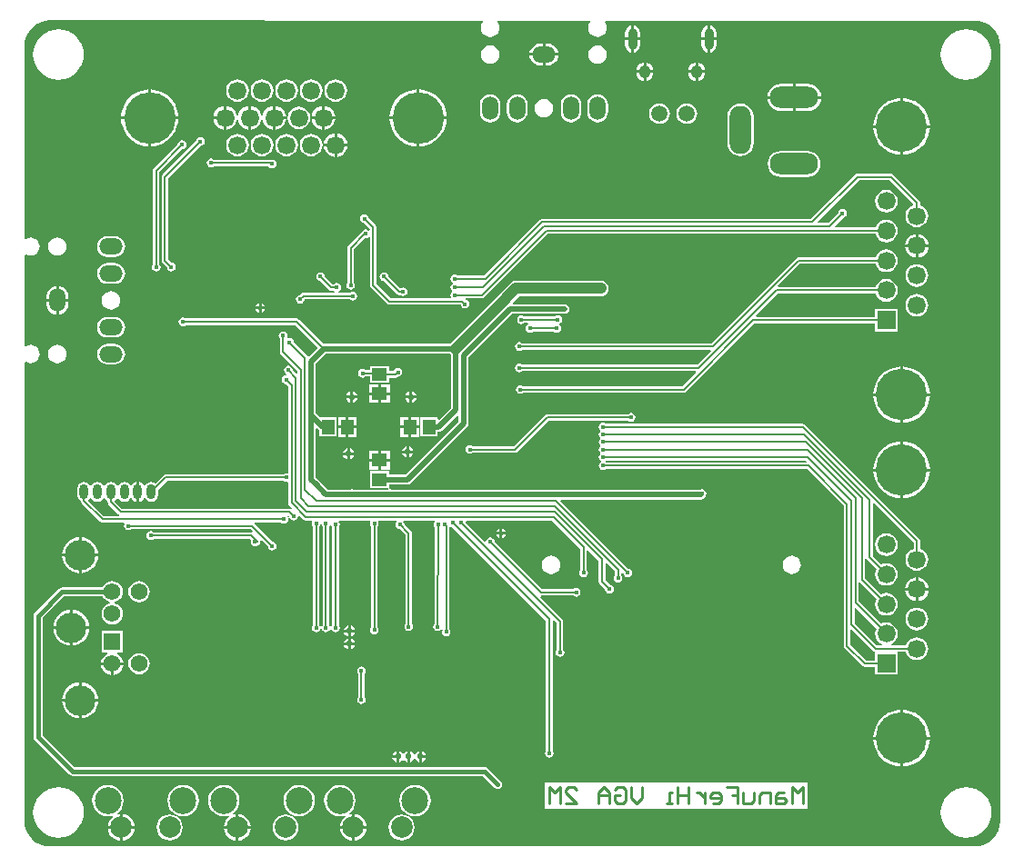
<source format=gbl>
%FSLAX44Y44*%
%MOMM*%
G71*
G01*
G75*
G04 Layer_Physical_Order=2*
G04 Layer_Color=16711680*
%ADD10R,0.4064X2.1082*%
%ADD11R,4.1000X2.1082*%
%ADD12R,1.2000X1.4000*%
%ADD13R,1.4500X0.5500*%
%ADD14R,1.3000X1.5000*%
%ADD15R,1.4000X1.2000*%
%ADD16O,0.2500X1.5500*%
%ADD17O,1.5500X0.2500*%
%ADD18R,0.4064X1.3208*%
%ADD19R,1.8000X1.6000*%
%ADD20R,2.0000X1.1000*%
%ADD21R,2.0000X2.0000*%
%ADD22R,1.1000X2.0000*%
%ADD23R,2.1000X3.2000*%
%ADD24R,2.1000X0.9000*%
%ADD25R,1.0000X0.6000*%
%ADD26O,1.7000X0.6000*%
%ADD27C,0.2000*%
%ADD28C,0.5000*%
%ADD29C,0.4000*%
%ADD30C,1.0000*%
%ADD31C,2.5000*%
%ADD32C,2.0000*%
%ADD33R,1.5748X1.5748*%
%ADD34C,1.5748*%
%ADD35C,2.8448*%
%ADD36O,1.5000X2.2000*%
%ADD37O,2.2000X1.5000*%
%ADD38O,0.8500X2.0000*%
%ADD39O,1.0500X1.2500*%
%ADD40R,1.6900X1.6900*%
%ADD41C,1.6900*%
%ADD42C,4.7600*%
%ADD43O,0.8000X1.4220*%
%ADD44C,1.5000*%
%ADD45O,2.0000X4.5000*%
%ADD46O,4.5000X2.0000*%
%ADD47C,4.8000*%
%ADD48C,0.4000*%
%ADD49C,0.5500*%
%ADD50C,0.2540*%
G36*
X3727206Y2416759D02*
X4130003Y2416715D01*
X4130565Y2415576D01*
X4129576Y2414287D01*
X4128719Y2412219D01*
X4128427Y2410000D01*
X4128719Y2407781D01*
X4129576Y2405714D01*
X4130938Y2403938D01*
X4132714Y2402576D01*
X4134781Y2401719D01*
X4137000Y2401427D01*
X4139219Y2401719D01*
X4141287Y2402576D01*
X4143062Y2403938D01*
X4144425Y2405714D01*
X4145281Y2407781D01*
X4145574Y2410000D01*
X4145281Y2412219D01*
X4144425Y2414287D01*
X4143437Y2415574D01*
X4143999Y2416713D01*
X4230032Y2416704D01*
X4230594Y2415565D01*
X4229613Y2414287D01*
X4228757Y2412219D01*
X4228465Y2410000D01*
X4228757Y2407781D01*
X4229613Y2405714D01*
X4230976Y2403938D01*
X4232751Y2402576D01*
X4234819Y2401719D01*
X4237038Y2401427D01*
X4239257Y2401719D01*
X4241325Y2402576D01*
X4243100Y2403938D01*
X4244463Y2405714D01*
X4245320Y2407781D01*
X4245612Y2410000D01*
X4245320Y2412219D01*
X4244463Y2414287D01*
X4243483Y2415564D01*
X4244045Y2416703D01*
X4588014Y2416665D01*
X4588014Y2416665D01*
X4588014Y2416665D01*
X4588030Y2416668D01*
Y2416668D01*
X4588228Y2416707D01*
X4592742Y2416263D01*
X4597164Y2414921D01*
X4601240Y2412743D01*
X4604812Y2409811D01*
X4607744Y2406239D01*
X4609922Y2402163D01*
X4611264Y2397741D01*
X4611692Y2393399D01*
X4611666Y2393270D01*
Y1670930D01*
X4611696Y1670782D01*
X4611263Y1666386D01*
X4609917Y1661950D01*
X4607732Y1657862D01*
X4604791Y1654278D01*
X4601207Y1651337D01*
X4597119Y1649152D01*
X4592683Y1647807D01*
X4588195Y1647365D01*
X4588009Y1647401D01*
D01*
X4588000Y1647403D01*
X3727000D01*
X3726598Y1647323D01*
X3722383Y1647738D01*
X3717933Y1649088D01*
X3713832Y1651280D01*
X3710238Y1654230D01*
X3707289Y1657824D01*
X3705097Y1661924D01*
X3703747Y1666374D01*
X3703291Y1671001D01*
X3703302Y1671110D01*
X3703326Y1671233D01*
X3703337Y1671233D01*
X3703344Y1671266D01*
X3703333Y1671320D01*
Y2098199D01*
X3704472Y2098760D01*
X3704713Y2098575D01*
X3706781Y2097719D01*
X3709000Y2097427D01*
X3711219Y2097719D01*
X3713286Y2098575D01*
X3715062Y2099938D01*
X3716425Y2101713D01*
X3717281Y2103781D01*
X3717573Y2106000D01*
X3717281Y2108219D01*
X3716425Y2110287D01*
X3715062Y2112062D01*
X3713286Y2113425D01*
X3711219Y2114281D01*
X3709000Y2114573D01*
X3706781Y2114281D01*
X3704713Y2113425D01*
X3704472Y2113240D01*
X3703333Y2113802D01*
Y2198237D01*
X3704472Y2198798D01*
X3704713Y2198613D01*
X3706781Y2197757D01*
X3709000Y2197465D01*
X3711219Y2197757D01*
X3713286Y2198613D01*
X3715062Y2199976D01*
X3716425Y2201751D01*
X3717281Y2203819D01*
X3717573Y2206038D01*
X3717281Y2208257D01*
X3716425Y2210325D01*
X3715062Y2212100D01*
X3713286Y2213463D01*
X3711219Y2214319D01*
X3709000Y2214611D01*
X3706781Y2214319D01*
X3704713Y2213463D01*
X3704472Y2213278D01*
X3703333Y2213839D01*
Y2393152D01*
X3703342Y2393197D01*
X3703333D01*
Y2393198D01*
X3703306Y2393335D01*
X3703746Y2397802D01*
X3705092Y2402239D01*
X3707277Y2406328D01*
X3710218Y2409912D01*
X3713802Y2412853D01*
X3717891Y2415038D01*
X3722328Y2416384D01*
X3726849Y2416830D01*
X3727206Y2416759D01*
D02*
G37*
%LPC*%
G36*
X3889000Y1704625D02*
X3885215Y1704127D01*
X3881687Y1702666D01*
X3878658Y1700341D01*
X3876334Y1697313D01*
X3874873Y1693785D01*
X3874375Y1690000D01*
X3874873Y1686215D01*
X3876334Y1682687D01*
X3878658Y1679659D01*
X3881687Y1677334D01*
X3885215Y1675873D01*
X3889000Y1675375D01*
X3892785Y1675873D01*
X3893258Y1676069D01*
X3893893Y1674969D01*
X3892556Y1673944D01*
X3890546Y1671324D01*
X3889283Y1668274D01*
X3889019Y1666270D01*
X3900230D01*
Y1677481D01*
X3898226Y1677217D01*
X3897728Y1678420D01*
X3899341Y1679659D01*
X3901666Y1682687D01*
X3903127Y1686215D01*
X3903625Y1690000D01*
X3903127Y1693785D01*
X3901666Y1697313D01*
X3899341Y1700341D01*
X3896313Y1702666D01*
X3892785Y1704127D01*
X3889000Y1704625D01*
D02*
G37*
G36*
X4518730Y2066780D02*
X4493679D01*
X4493904Y2063917D01*
X4494872Y2059885D01*
X4496458Y2056055D01*
X4498625Y2052520D01*
X4501317Y2049367D01*
X4504470Y2046675D01*
X4508005Y2044508D01*
X4511835Y2042922D01*
X4515867Y2041954D01*
X4518730Y2041729D01*
Y2066780D01*
D02*
G37*
G36*
X3997000Y1704625D02*
X3993215Y1704127D01*
X3989688Y1702666D01*
X3986659Y1700341D01*
X3984334Y1697313D01*
X3982873Y1693785D01*
X3982375Y1690000D01*
X3982873Y1686215D01*
X3984334Y1682687D01*
X3986659Y1679659D01*
X3989688Y1677334D01*
X3993215Y1675873D01*
X3997000Y1675375D01*
X4000785Y1675873D01*
X4001258Y1676069D01*
X4001893Y1674969D01*
X4000556Y1673944D01*
X3998546Y1671324D01*
X3997283Y1668274D01*
X3997019Y1666270D01*
X4008230D01*
Y1677481D01*
X4006227Y1677217D01*
X4005728Y1678420D01*
X4007342Y1679659D01*
X4009666Y1682687D01*
X4011127Y1686215D01*
X4011625Y1690000D01*
X4011127Y1693785D01*
X4009666Y1697313D01*
X4007342Y1700341D01*
X4004312Y1702666D01*
X4000785Y1704127D01*
X3997000Y1704625D01*
D02*
G37*
G36*
X3902770Y1677481D02*
Y1666270D01*
X3913981D01*
X3913717Y1668274D01*
X3912454Y1671324D01*
X3910444Y1673944D01*
X3907824Y1675954D01*
X3904774Y1677217D01*
X3902770Y1677481D01*
D02*
G37*
G36*
X4546321Y2066780D02*
X4521270D01*
Y2041729D01*
X4524133Y2041954D01*
X4528165Y2042922D01*
X4531995Y2044508D01*
X4535530Y2046675D01*
X4538683Y2049367D01*
X4541375Y2052520D01*
X4543542Y2056055D01*
X4545128Y2059885D01*
X4546096Y2063917D01*
X4546321Y2066780D01*
D02*
G37*
G36*
X4580000Y1702616D02*
X4575393Y1702162D01*
X4570963Y1700818D01*
X4566880Y1698636D01*
X4563301Y1695699D01*
X4560364Y1692120D01*
X4558182Y1688037D01*
X4556838Y1683607D01*
X4556384Y1679000D01*
X4556838Y1674393D01*
X4558182Y1669963D01*
X4560364Y1665880D01*
X4563301Y1662301D01*
X4566880Y1659364D01*
X4570963Y1657182D01*
X4575393Y1655838D01*
X4580000Y1655384D01*
X4584607Y1655838D01*
X4589037Y1657182D01*
X4593120Y1659364D01*
X4596699Y1662301D01*
X4599636Y1665880D01*
X4601818Y1669963D01*
X4603162Y1674393D01*
X4603616Y1679000D01*
X4603162Y1683607D01*
X4601818Y1688037D01*
X4599636Y1692120D01*
X4596699Y1695699D01*
X4593120Y1698636D01*
X4589037Y1700818D01*
X4584607Y1702162D01*
X4580000Y1702616D01*
D02*
G37*
G36*
X3735000D02*
X3730393Y1702162D01*
X3725963Y1700818D01*
X3721880Y1698636D01*
X3718301Y1695699D01*
X3715364Y1692120D01*
X3713182Y1688037D01*
X3711838Y1683607D01*
X3711384Y1679000D01*
X3711838Y1674393D01*
X3713182Y1669963D01*
X3715364Y1665880D01*
X3718301Y1662301D01*
X3721880Y1659364D01*
X3725963Y1657182D01*
X3730393Y1655838D01*
X3735000Y1655384D01*
X3739607Y1655838D01*
X3744037Y1657182D01*
X3748120Y1659364D01*
X3751699Y1662301D01*
X3754636Y1665880D01*
X3756818Y1669963D01*
X3758162Y1674393D01*
X3758616Y1679000D01*
X3758162Y1683607D01*
X3756818Y1688037D01*
X3754636Y1692120D01*
X3751699Y1695699D01*
X3748120Y1698636D01*
X3744037Y1700818D01*
X3739607Y1702162D01*
X3735000Y1702616D01*
D02*
G37*
G36*
X3781000Y1704625D02*
X3777215Y1704127D01*
X3773687Y1702666D01*
X3770659Y1700341D01*
X3768334Y1697313D01*
X3766873Y1693785D01*
X3766375Y1690000D01*
X3766873Y1686215D01*
X3768334Y1682687D01*
X3770659Y1679659D01*
X3773687Y1677334D01*
X3777215Y1675873D01*
X3781000Y1675375D01*
X3784785Y1675873D01*
X3785258Y1676069D01*
X3785893Y1674969D01*
X3784556Y1673944D01*
X3782546Y1671324D01*
X3781283Y1668274D01*
X3781019Y1666270D01*
X3792230D01*
Y1677481D01*
X3790226Y1677217D01*
X3789728Y1678420D01*
X3791342Y1679659D01*
X3793666Y1682687D01*
X3795127Y1686215D01*
X3795625Y1690000D01*
X3795127Y1693785D01*
X3793666Y1697313D01*
X3791342Y1700341D01*
X3788312Y1702666D01*
X3784785Y1704127D01*
X3781000Y1704625D01*
D02*
G37*
G36*
X4268000Y2051078D02*
X4266439Y2050768D01*
X4265378Y2050059D01*
X4190000D01*
X4188829Y2049826D01*
X4188432Y2049560D01*
X4187837Y2049163D01*
X4187837Y2049163D01*
X4158733Y2020059D01*
X4120622D01*
X4119561Y2020768D01*
X4118000Y2021078D01*
X4116439Y2020768D01*
X4115116Y2019884D01*
X4114232Y2018561D01*
X4113922Y2017000D01*
X4114232Y2015439D01*
X4115116Y2014116D01*
X4116439Y2013232D01*
X4118000Y2012922D01*
X4119561Y2013232D01*
X4120622Y2013941D01*
X4160000D01*
X4160000Y2013941D01*
X4161170Y2014174D01*
X4162163Y2014837D01*
X4191267Y2043941D01*
X4265378D01*
X4266439Y2043232D01*
X4268000Y2042922D01*
X4269561Y2043232D01*
X4270884Y2044116D01*
X4271768Y2045439D01*
X4272078Y2047000D01*
X4271768Y2048561D01*
X4270884Y2049884D01*
X4269561Y2050768D01*
X4268000Y2051078D01*
D02*
G37*
G36*
X3794770Y1677481D02*
Y1666270D01*
X3805981D01*
X3805717Y1668274D01*
X3804454Y1671324D01*
X3802444Y1673944D01*
X3799824Y1675954D01*
X3796774Y1677217D01*
X3794770Y1677481D01*
D02*
G37*
G36*
X4010770D02*
Y1666270D01*
X4021981D01*
X4021717Y1668274D01*
X4020454Y1671324D01*
X4018444Y1673944D01*
X4015824Y1675954D01*
X4012774Y1677217D01*
X4010770Y1677481D01*
D02*
G37*
G36*
X4077141Y1729730D02*
X4073270D01*
Y1725859D01*
X4074064Y1726017D01*
X4075814Y1727186D01*
X4076983Y1728936D01*
X4077141Y1729730D01*
D02*
G37*
G36*
X4049730D02*
X4045859D01*
X4046017Y1728936D01*
X4047186Y1727186D01*
X4048936Y1726017D01*
X4049730Y1725859D01*
Y1729730D01*
D02*
G37*
G36*
Y1736141D02*
X4048936Y1735983D01*
X4047186Y1734814D01*
X4046017Y1733064D01*
X4045859Y1732270D01*
X4049730D01*
Y1736141D01*
D02*
G37*
G36*
X4070730D02*
X4069936Y1735983D01*
X4068186Y1734814D01*
X4067135Y1733241D01*
X4065865D01*
X4064814Y1734814D01*
X4063064Y1735983D01*
X4062270Y1736141D01*
Y1731000D01*
Y1725859D01*
X4063064Y1726017D01*
X4064814Y1727186D01*
X4065865Y1728759D01*
X4067135D01*
X4068186Y1727186D01*
X4069936Y1726017D01*
X4070730Y1725859D01*
Y1731000D01*
Y1736141D01*
D02*
G37*
G36*
X4073270D02*
Y1732270D01*
X4077141D01*
X4076983Y1733064D01*
X4075814Y1734814D01*
X4074064Y1735983D01*
X4073270Y1736141D01*
D02*
G37*
G36*
X4546321Y1746780D02*
X4521270D01*
Y1721728D01*
X4524133Y1721954D01*
X4528165Y1722921D01*
X4531995Y1724508D01*
X4535530Y1726674D01*
X4538683Y1729367D01*
X4541375Y1732520D01*
X4543542Y1736055D01*
X4545128Y1739885D01*
X4546096Y1743917D01*
X4546321Y1746780D01*
D02*
G37*
G36*
X3959000Y1704625D02*
X3955215Y1704127D01*
X3951687Y1702666D01*
X3948658Y1700341D01*
X3946334Y1697313D01*
X3944873Y1693785D01*
X3944375Y1690000D01*
X3944873Y1686215D01*
X3946334Y1682687D01*
X3948658Y1679659D01*
X3951687Y1677334D01*
X3955215Y1675873D01*
X3959000Y1675375D01*
X3962785Y1675873D01*
X3966313Y1677334D01*
X3969341Y1679659D01*
X3971666Y1682687D01*
X3973127Y1686215D01*
X3973625Y1690000D01*
X3973127Y1693785D01*
X3971666Y1697313D01*
X3969341Y1700341D01*
X3966313Y1702666D01*
X3962785Y1704127D01*
X3959000Y1704625D01*
D02*
G37*
G36*
X3851000D02*
X3847215Y1704127D01*
X3843687Y1702666D01*
X3840659Y1700341D01*
X3838334Y1697313D01*
X3836873Y1693785D01*
X3836375Y1690000D01*
X3836873Y1686215D01*
X3838334Y1682687D01*
X3840659Y1679659D01*
X3843687Y1677334D01*
X3847215Y1675873D01*
X3851000Y1675375D01*
X3854785Y1675873D01*
X3858313Y1677334D01*
X3861342Y1679659D01*
X3863666Y1682687D01*
X3865127Y1686215D01*
X3865625Y1690000D01*
X3865127Y1693785D01*
X3863666Y1697313D01*
X3861342Y1700341D01*
X3858313Y1702666D01*
X3854785Y1704127D01*
X3851000Y1704625D01*
D02*
G37*
G36*
X4067000D02*
X4063215Y1704127D01*
X4059688Y1702666D01*
X4056659Y1700341D01*
X4054334Y1697313D01*
X4052873Y1693785D01*
X4052375Y1690000D01*
X4052873Y1686215D01*
X4054334Y1682687D01*
X4056659Y1679659D01*
X4059688Y1677334D01*
X4063215Y1675873D01*
X4067000Y1675375D01*
X4070785Y1675873D01*
X4074313Y1677334D01*
X4077342Y1679659D01*
X4079666Y1682687D01*
X4081127Y1686215D01*
X4081625Y1690000D01*
X4081127Y1693785D01*
X4079666Y1697313D01*
X4077342Y1700341D01*
X4074313Y1702666D01*
X4070785Y1704127D01*
X4067000Y1704625D01*
D02*
G37*
G36*
X4518730Y1746780D02*
X4493678D01*
X4493904Y1743917D01*
X4494872Y1739885D01*
X4496458Y1736055D01*
X4498625Y1732520D01*
X4501317Y1729367D01*
X4504470Y1726674D01*
X4508005Y1724508D01*
X4511835Y1722921D01*
X4515867Y1721954D01*
X4518730Y1721728D01*
Y1746780D01*
D02*
G37*
G36*
X4432540Y1706775D02*
X4187316D01*
Y1682460D01*
X4432540D01*
Y1706775D01*
D02*
G37*
G36*
X4054500Y1677104D02*
X4051367Y1676691D01*
X4048448Y1675482D01*
X4045941Y1673559D01*
X4044018Y1671052D01*
X4042809Y1668133D01*
X4042397Y1665000D01*
X4042809Y1661867D01*
X4044018Y1658948D01*
X4045941Y1656441D01*
X4048448Y1654518D01*
X4051367Y1653309D01*
X4054500Y1652896D01*
X4057633Y1653309D01*
X4060552Y1654518D01*
X4063058Y1656441D01*
X4064982Y1658948D01*
X4066191Y1661867D01*
X4066604Y1665000D01*
X4066191Y1668133D01*
X4064982Y1671052D01*
X4063058Y1673559D01*
X4060552Y1675482D01*
X4057633Y1676691D01*
X4054500Y1677104D01*
D02*
G37*
G36*
X4534200Y2161990D02*
X4531472Y2161631D01*
X4528930Y2160578D01*
X4526747Y2158903D01*
X4525072Y2156720D01*
X4524019Y2154178D01*
X4523660Y2151450D01*
X4524019Y2148722D01*
X4525072Y2146180D01*
X4526747Y2143997D01*
X4528930Y2142322D01*
X4531472Y2141269D01*
X4534200Y2140910D01*
X4536928Y2141269D01*
X4539470Y2142322D01*
X4541653Y2143997D01*
X4543328Y2146180D01*
X4544381Y2148722D01*
X4544740Y2151450D01*
X4544381Y2154178D01*
X4543328Y2156720D01*
X4541653Y2158903D01*
X4539470Y2160578D01*
X4536928Y2161631D01*
X4534200Y2161990D01*
D02*
G37*
G36*
X4200000Y2142078D02*
X4198439Y2141768D01*
X4197378Y2141059D01*
X4168622D01*
X4167561Y2141768D01*
X4166000Y2142078D01*
X4164439Y2141768D01*
X4163116Y2140884D01*
X4162232Y2139561D01*
X4161922Y2138000D01*
X4162232Y2136439D01*
X4163116Y2135116D01*
X4164439Y2134232D01*
X4166000Y2133922D01*
X4167561Y2134232D01*
X4168622Y2134941D01*
X4172008D01*
X4172376Y2133726D01*
X4171116Y2132884D01*
X4170232Y2131561D01*
X4169922Y2130000D01*
X4170232Y2128439D01*
X4171116Y2127116D01*
X4172439Y2126232D01*
X4174000Y2125922D01*
X4175561Y2126232D01*
X4176622Y2126941D01*
X4196378D01*
X4197439Y2126232D01*
X4199000Y2125922D01*
X4200561Y2126232D01*
X4201884Y2127116D01*
X4202768Y2128439D01*
X4203078Y2130000D01*
X4202768Y2131561D01*
X4201884Y2132884D01*
X4201820Y2132926D01*
X4201664Y2133714D01*
Y2134301D01*
X4202884Y2135116D01*
X4203768Y2136439D01*
X4204078Y2138000D01*
X4203768Y2139561D01*
X4202884Y2140884D01*
X4201561Y2141768D01*
X4200000Y2142078D01*
D02*
G37*
G36*
X3787538Y2140582D02*
X3780538D01*
X3778058Y2140255D01*
X3775747Y2139298D01*
X3773763Y2137775D01*
X3772240Y2135791D01*
X3771282Y2133480D01*
X3770956Y2131000D01*
X3771282Y2128520D01*
X3772240Y2126209D01*
X3773763Y2124224D01*
X3775747Y2122702D01*
X3778058Y2121744D01*
X3780538Y2121418D01*
X3787538D01*
X3790018Y2121744D01*
X3792329Y2122702D01*
X3794313Y2124224D01*
X3795836Y2126209D01*
X3796794Y2128520D01*
X3797120Y2131000D01*
X3796794Y2133480D01*
X3795836Y2135791D01*
X3794313Y2137775D01*
X3792329Y2139298D01*
X3790018Y2140255D01*
X3787538Y2140582D01*
D02*
G37*
G36*
X3734000Y2114573D02*
X3731781Y2114281D01*
X3729713Y2113425D01*
X3727938Y2112062D01*
X3726575Y2110287D01*
X3725719Y2108219D01*
X3725427Y2106000D01*
X3725719Y2103781D01*
X3726575Y2101713D01*
X3727938Y2099938D01*
X3729713Y2098575D01*
X3731781Y2097719D01*
X3734000Y2097427D01*
X3736219Y2097719D01*
X3738287Y2098575D01*
X3740062Y2099938D01*
X3741425Y2101713D01*
X3742281Y2103781D01*
X3742573Y2106000D01*
X3742281Y2108219D01*
X3741425Y2110287D01*
X3740062Y2112062D01*
X3738287Y2113425D01*
X3736219Y2114281D01*
X3734000Y2114573D01*
D02*
G37*
G36*
X4240000Y2174060D02*
X4161000D01*
X4159173Y2173820D01*
X4157470Y2173114D01*
X4156008Y2171992D01*
X4138008Y2153992D01*
X4100008Y2115992D01*
X4099697Y2115588D01*
X3982000D01*
X3981781Y2115545D01*
X3959163Y2138163D01*
X3958170Y2138826D01*
X3957000Y2139059D01*
X3957000Y2139059D01*
X3853622D01*
X3852561Y2139768D01*
X3851000Y2140078D01*
X3849439Y2139768D01*
X3848116Y2138884D01*
X3847232Y2137561D01*
X3846922Y2136000D01*
X3847232Y2134439D01*
X3848116Y2133116D01*
X3849439Y2132232D01*
X3851000Y2131922D01*
X3852561Y2132232D01*
X3853622Y2132941D01*
X3955733D01*
X3975958Y2112717D01*
Y2111446D01*
X3968376Y2103865D01*
X3967113Y2103990D01*
X3966663Y2104663D01*
X3954017Y2117309D01*
X3953768Y2118561D01*
X3952884Y2119884D01*
X3951561Y2120768D01*
X3950000Y2121078D01*
X3948722Y2120824D01*
X3947824Y2121722D01*
X3948078Y2123000D01*
X3947768Y2124561D01*
X3946884Y2125884D01*
X3945561Y2126768D01*
X3944000Y2127078D01*
X3942439Y2126768D01*
X3941116Y2125884D01*
X3940232Y2124561D01*
X3939922Y2123000D01*
X3940232Y2121439D01*
X3940941Y2120378D01*
Y2108000D01*
X3940941Y2108000D01*
X3941174Y2106830D01*
X3941837Y2105837D01*
X3957441Y2090233D01*
Y2088544D01*
X3956268Y2088058D01*
X3953017Y2091309D01*
X3952768Y2092561D01*
X3951884Y2093884D01*
X3950561Y2094768D01*
X3949000Y2095078D01*
X3947439Y2094768D01*
X3946116Y2093884D01*
X3945232Y2092561D01*
X3944922Y2091000D01*
X3945232Y2089439D01*
X3946116Y2088116D01*
X3947439Y2087232D01*
X3947242Y2086240D01*
X3947000Y2086078D01*
D01*
X3945439Y2085768D01*
X3944116Y2084884D01*
X3943232Y2083561D01*
X3942922Y2082000D01*
X3943232Y2080439D01*
X3944116Y2079116D01*
X3945439Y2078232D01*
X3946691Y2077983D01*
X3948941Y2075733D01*
Y1995693D01*
X3947960Y1994888D01*
X3947000Y1995078D01*
X3945439Y1994768D01*
X3944378Y1994059D01*
X3834924D01*
X3834924Y1994059D01*
X3833753Y1993826D01*
X3832761Y1993163D01*
X3825093Y1985495D01*
X3823837Y1986334D01*
X3821496Y1986800D01*
X3819155Y1986334D01*
X3817170Y1985008D01*
X3816013Y1983276D01*
X3814749Y1983400D01*
X3814509Y1983981D01*
X3813461Y1985347D01*
X3812094Y1986395D01*
X3810504Y1987054D01*
X3810066Y1987112D01*
Y1977572D01*
Y1968033D01*
X3810504Y1968091D01*
X3812094Y1968750D01*
X3813461Y1969798D01*
X3814509Y1971164D01*
X3814749Y1971744D01*
X3816013Y1971869D01*
X3817170Y1970137D01*
X3819155Y1968810D01*
X3821496Y1968345D01*
X3823837Y1968810D01*
X3825822Y1970137D01*
X3827148Y1972121D01*
X3827614Y1974462D01*
Y1979364D01*
X3836191Y1987941D01*
X3944378D01*
X3945439Y1987232D01*
X3947000Y1986922D01*
X3947960Y1987112D01*
X3948941Y1986307D01*
Y1967343D01*
X3948941Y1967343D01*
X3949174Y1966173D01*
X3949837Y1965180D01*
X3952680Y1962337D01*
X3951874Y1961356D01*
X3951170Y1961826D01*
X3950000Y1962059D01*
X3950000Y1962059D01*
X3794267D01*
X3787653Y1968673D01*
X3787777Y1969937D01*
X3788076Y1970137D01*
X3789402Y1972121D01*
X3789415Y1972188D01*
X3790685D01*
X3790699Y1972121D01*
X3792025Y1970137D01*
X3794009Y1968810D01*
X3796350Y1968345D01*
X3798691Y1968810D01*
X3800676Y1970137D01*
X3801677Y1971634D01*
X3802940Y1971509D01*
X3803083Y1971164D01*
X3804132Y1969798D01*
X3805498Y1968750D01*
X3807089Y1968091D01*
X3807526Y1968033D01*
Y1977572D01*
Y1987112D01*
X3807089Y1987054D01*
X3805498Y1986395D01*
X3804132Y1985347D01*
X3803083Y1983981D01*
X3802940Y1983635D01*
X3801677Y1983510D01*
X3800676Y1985008D01*
X3798691Y1986334D01*
X3796350Y1986800D01*
X3794009Y1986334D01*
X3792025Y1985008D01*
X3790699Y1983023D01*
X3790685Y1982956D01*
X3789415D01*
X3789402Y1983023D01*
X3788076Y1985008D01*
X3786091Y1986334D01*
X3783750Y1986800D01*
X3781409Y1986334D01*
X3779424Y1985008D01*
X3778135Y1983079D01*
X3776865D01*
X3775576Y1985008D01*
X3773591Y1986334D01*
X3771250Y1986800D01*
X3768909Y1986334D01*
X3766924Y1985008D01*
X3765635Y1983079D01*
X3764365D01*
X3763076Y1985008D01*
X3761091Y1986334D01*
X3758750Y1986800D01*
X3756409Y1986334D01*
X3754424Y1985008D01*
X3753098Y1983023D01*
X3752633Y1980682D01*
Y1974462D01*
X3753098Y1972121D01*
X3754424Y1970137D01*
X3755691Y1969290D01*
Y1969250D01*
X3755691Y1969250D01*
X3755924Y1968079D01*
X3756587Y1967087D01*
X3773837Y1949837D01*
X3773837Y1949837D01*
X3774432Y1949440D01*
X3774829Y1949174D01*
X3776000Y1948941D01*
X3795807D01*
X3796406Y1947821D01*
X3796232Y1947561D01*
X3795922Y1946000D01*
X3796232Y1944439D01*
X3797116Y1943116D01*
X3798439Y1942232D01*
X3800000Y1941922D01*
X3801561Y1942232D01*
X3802622Y1942941D01*
X3913733D01*
X3915718Y1940956D01*
X3915119Y1939836D01*
X3914000Y1940059D01*
X3914000Y1940059D01*
X3823622D01*
X3822561Y1940768D01*
X3821000Y1941078D01*
X3819439Y1940768D01*
X3818116Y1939884D01*
X3817232Y1938561D01*
X3816922Y1937000D01*
X3817232Y1935439D01*
X3818116Y1934116D01*
X3819439Y1933232D01*
X3821000Y1932922D01*
X3822561Y1933232D01*
X3823622Y1933941D01*
X3912733D01*
X3914212Y1932462D01*
X3913922Y1931000D01*
X3914232Y1929439D01*
X3915116Y1928116D01*
X3916439Y1927232D01*
X3918000Y1926922D01*
X3919561Y1927232D01*
X3920884Y1928116D01*
X3920884Y1928117D01*
X3921170Y1928174D01*
X3922163Y1928837D01*
X3922826Y1929830D01*
X3923059Y1931000D01*
X3922836Y1932119D01*
X3923956Y1932718D01*
X3929983Y1926691D01*
X3930232Y1925439D01*
X3931116Y1924116D01*
X3932439Y1923232D01*
X3934000Y1922922D01*
X3935561Y1923232D01*
X3936884Y1924116D01*
X3937768Y1925439D01*
X3938078Y1927000D01*
X3937768Y1928561D01*
X3936884Y1929884D01*
X3935561Y1930768D01*
X3934309Y1931017D01*
X3917558Y1947768D01*
X3918044Y1948941D01*
X3942378D01*
X3943439Y1948232D01*
X3945000Y1947922D01*
X3946560Y1948232D01*
X3947883Y1949116D01*
X3948767Y1950439D01*
X3949078Y1952000D01*
X3948767Y1953561D01*
X3947925Y1954821D01*
X3948094Y1955137D01*
X3949351Y1955324D01*
X3949983Y1954691D01*
X3950232Y1953439D01*
X3951116Y1952116D01*
X3952439Y1951232D01*
X3954000Y1950922D01*
X3955561Y1951232D01*
X3956884Y1952116D01*
X3957768Y1953439D01*
X3958078Y1955000D01*
X3958024Y1955275D01*
X3959144Y1955874D01*
X3963180Y1951837D01*
X3963180Y1951837D01*
X3963775Y1951440D01*
X3964173Y1951174D01*
X3965343Y1950941D01*
X3970807D01*
X3971406Y1949821D01*
X3971232Y1949561D01*
X3970922Y1948000D01*
X3971232Y1946439D01*
X3971941Y1945378D01*
Y1853622D01*
X3971232Y1852561D01*
X3970922Y1851000D01*
X3971232Y1849439D01*
X3972116Y1848116D01*
X3973439Y1847232D01*
X3975000Y1846922D01*
X3976561Y1847232D01*
X3977884Y1848116D01*
X3978768Y1849439D01*
X3978865Y1849927D01*
X3980135D01*
X3980232Y1849439D01*
X3981116Y1848116D01*
X3982439Y1847232D01*
X3984000Y1846922D01*
X3985561Y1847232D01*
X3986884Y1848116D01*
X3987768Y1849439D01*
X3987865Y1849927D01*
X3989135D01*
X3989232Y1849439D01*
X3990116Y1848116D01*
X3991439Y1847232D01*
X3993000Y1846922D01*
X3994561Y1847232D01*
X3995884Y1848116D01*
X3996768Y1849439D01*
X3997078Y1851000D01*
X3996768Y1852561D01*
X3996059Y1853622D01*
Y1944378D01*
X3996768Y1945439D01*
X3997078Y1947000D01*
X3996768Y1948561D01*
X3995926Y1949821D01*
X3996260Y1950447D01*
X3996590Y1950941D01*
X4024807D01*
X4025406Y1949821D01*
X4025232Y1949561D01*
X4024922Y1948000D01*
X4025232Y1946439D01*
X4025941Y1945378D01*
Y1851622D01*
X4025232Y1850561D01*
X4024922Y1849000D01*
X4025232Y1847439D01*
X4026116Y1846116D01*
X4027439Y1845232D01*
X4029000Y1844922D01*
X4030561Y1845232D01*
X4031884Y1846116D01*
X4032768Y1847439D01*
X4033078Y1849000D01*
X4032768Y1850561D01*
X4032059Y1851622D01*
Y1945378D01*
X4032768Y1946439D01*
X4033078Y1948000D01*
X4032768Y1949561D01*
X4032594Y1949821D01*
X4033192Y1950941D01*
X4049409D01*
X4049740Y1950447D01*
X4050074Y1949821D01*
X4049232Y1948561D01*
X4048922Y1947000D01*
X4049232Y1945439D01*
X4050116Y1944116D01*
X4051439Y1943232D01*
X4052691Y1942983D01*
X4057941Y1937733D01*
Y1854622D01*
X4057232Y1853561D01*
X4056922Y1852000D01*
X4057232Y1850439D01*
X4058116Y1849116D01*
X4059439Y1848232D01*
X4061000Y1847922D01*
X4062561Y1848232D01*
X4063884Y1849116D01*
X4064768Y1850439D01*
X4065078Y1852000D01*
X4064768Y1853561D01*
X4064059Y1854622D01*
Y1939000D01*
X4063826Y1940170D01*
X4063163Y1941163D01*
X4057017Y1947309D01*
X4056768Y1948561D01*
X4055926Y1949821D01*
X4056260Y1950447D01*
X4056590Y1950941D01*
X4084887D01*
X4085217Y1950447D01*
X4085552Y1949821D01*
X4084710Y1948561D01*
X4084399Y1947000D01*
X4084710Y1945439D01*
X4085406Y1944398D01*
X4084955Y1854642D01*
X4084232Y1853561D01*
X4083922Y1852000D01*
X4084232Y1850439D01*
X4085116Y1849116D01*
X4086439Y1848232D01*
X4088000Y1847922D01*
X4089561Y1848232D01*
X4090884Y1849116D01*
X4091726Y1850376D01*
X4092136Y1850252D01*
X4092563Y1849056D01*
X4092232Y1848561D01*
X4091922Y1847000D01*
X4092232Y1845439D01*
X4093116Y1844116D01*
X4094439Y1843232D01*
X4096000Y1842922D01*
X4097561Y1843232D01*
X4098884Y1844116D01*
X4099768Y1845439D01*
X4100078Y1847000D01*
X4099768Y1848561D01*
X4099059Y1849622D01*
Y1944807D01*
X4100179Y1945406D01*
X4100439Y1945232D01*
X4101691Y1944983D01*
X4188941Y1857733D01*
Y1736622D01*
X4188232Y1735561D01*
X4187921Y1734000D01*
X4188232Y1732439D01*
X4189116Y1731116D01*
X4190439Y1730232D01*
X4192000Y1729922D01*
X4193561Y1730232D01*
X4194884Y1731116D01*
X4195768Y1732439D01*
X4196078Y1734000D01*
X4195768Y1735561D01*
X4195059Y1736622D01*
Y1857956D01*
X4196232Y1858442D01*
X4198941Y1855733D01*
Y1830622D01*
X4198232Y1829561D01*
X4197922Y1828000D01*
X4198232Y1826439D01*
X4199116Y1825116D01*
X4200439Y1824232D01*
X4202000Y1823922D01*
X4203561Y1824232D01*
X4204884Y1825116D01*
X4205768Y1826439D01*
X4206078Y1828000D01*
X4205768Y1829561D01*
X4205059Y1830622D01*
Y1857000D01*
X4205059Y1857000D01*
X4204826Y1858170D01*
X4204163Y1859163D01*
X4183732Y1879594D01*
X4183959Y1880737D01*
X4184044Y1880941D01*
X4214378D01*
X4215439Y1880232D01*
X4217000Y1879922D01*
X4218561Y1880232D01*
X4219884Y1881116D01*
X4220768Y1882439D01*
X4221078Y1884000D01*
X4220768Y1885561D01*
X4219884Y1886884D01*
X4218561Y1887768D01*
X4217000Y1888078D01*
X4215439Y1887768D01*
X4214378Y1887059D01*
X4185267D01*
X4141017Y1931309D01*
X4140768Y1932561D01*
X4139884Y1933884D01*
X4138561Y1934768D01*
X4137000Y1935078D01*
X4135439Y1934768D01*
X4134116Y1933884D01*
X4133232Y1932561D01*
X4133086Y1931824D01*
X4131870Y1931456D01*
X4114017Y1949309D01*
X4113888Y1949960D01*
X4114693Y1950941D01*
X4194733D01*
X4220941Y1924733D01*
Y1904622D01*
X4220232Y1903561D01*
X4219922Y1902000D01*
X4220232Y1900439D01*
X4221116Y1899116D01*
X4222439Y1898232D01*
X4224000Y1897922D01*
X4225561Y1898232D01*
X4226884Y1899116D01*
X4227768Y1900439D01*
X4228078Y1902000D01*
X4227768Y1903561D01*
X4227059Y1904622D01*
Y1922643D01*
X4228232Y1923129D01*
X4237941Y1913419D01*
Y1894000D01*
X4237941Y1894000D01*
X4238174Y1892829D01*
X4238837Y1891837D01*
X4243983Y1886691D01*
X4244232Y1885439D01*
X4245116Y1884116D01*
X4246439Y1883232D01*
X4248000Y1882922D01*
X4249561Y1883232D01*
X4250884Y1884116D01*
X4251768Y1885439D01*
X4252078Y1887000D01*
X4251768Y1888561D01*
X4250884Y1889884D01*
X4249561Y1890768D01*
X4248309Y1891017D01*
X4244059Y1895267D01*
Y1911299D01*
X4245232Y1911785D01*
X4252941Y1904076D01*
Y1899622D01*
X4252232Y1898561D01*
X4251922Y1897000D01*
X4252232Y1895439D01*
X4253116Y1894116D01*
X4254439Y1893232D01*
X4256000Y1892922D01*
X4257561Y1893232D01*
X4258884Y1894116D01*
X4259768Y1895439D01*
X4260078Y1897000D01*
X4259768Y1898561D01*
X4259059Y1899622D01*
Y1901956D01*
X4259863Y1902289D01*
X4260983Y1901691D01*
Y1901691D01*
D01*
X4261232Y1900439D01*
X4262116Y1899116D01*
X4263439Y1898232D01*
X4265000Y1897922D01*
X4266561Y1898232D01*
X4267884Y1899116D01*
X4268768Y1900439D01*
X4269078Y1902000D01*
X4268768Y1903561D01*
X4267884Y1904884D01*
X4266561Y1905768D01*
X4265309Y1906017D01*
X4202087Y1969238D01*
X4202573Y1970412D01*
X4333000D01*
X4334756Y1970761D01*
X4336244Y1971756D01*
X4337239Y1973244D01*
X4337353Y1973819D01*
X4337768Y1974439D01*
X4338078Y1976000D01*
X4337768Y1977561D01*
X4336884Y1978884D01*
X4335561Y1979768D01*
X4334000Y1980078D01*
X4332439Y1979768D01*
X4332170Y1979588D01*
X4045830D01*
X4045561Y1979768D01*
X4044000Y1980078D01*
X4043058Y1980708D01*
X4043000Y1981000D01*
D01*
D01*
Y1981000D01*
X4043000D01*
Y1981160D01*
X4043000D01*
Y1984412D01*
X4060000D01*
X4061756Y1984761D01*
X4063244Y1985756D01*
X4115244Y2037756D01*
X4116239Y2039244D01*
X4116588Y2041000D01*
X4116588Y2041000D01*
X4116588Y2041000D01*
Y2041000D01*
Y2102664D01*
X4157336Y2143412D01*
X4206000D01*
X4207756Y2143761D01*
X4209244Y2144756D01*
X4210239Y2146244D01*
X4210588Y2148000D01*
X4210239Y2149756D01*
X4209244Y2151244D01*
X4207756Y2152239D01*
X4206000Y2152588D01*
X4158232D01*
X4157746Y2153761D01*
X4163925Y2159940D01*
X4240000D01*
X4241827Y2160180D01*
X4243530Y2160885D01*
X4244992Y2162008D01*
X4246115Y2163470D01*
X4246820Y2165173D01*
X4247061Y2167000D01*
X4246820Y2168827D01*
X4246115Y2170530D01*
X4244992Y2171992D01*
X4243530Y2173114D01*
X4241827Y2173820D01*
X4240000Y2174060D01*
D02*
G37*
G36*
X3732730Y2154730D02*
X3723873D01*
Y2152500D01*
X3724218Y2149879D01*
X3725230Y2147437D01*
X3726839Y2145339D01*
X3728937Y2143730D01*
X3731379Y2142718D01*
X3732730Y2142541D01*
Y2154730D01*
D02*
G37*
G36*
X3784038Y2164573D02*
X3781819Y2164281D01*
X3779751Y2163425D01*
X3777976Y2162062D01*
X3776613Y2160287D01*
X3775757Y2158219D01*
X3775465Y2156000D01*
X3775757Y2153781D01*
X3776613Y2151713D01*
X3777976Y2149938D01*
X3779751Y2148575D01*
X3781819Y2147719D01*
X3784038Y2147427D01*
X3786257Y2147719D01*
X3788325Y2148575D01*
X3790100Y2149938D01*
X3791463Y2151713D01*
X3792319Y2153781D01*
X3792611Y2156000D01*
X3792319Y2158219D01*
X3791463Y2160287D01*
X3790100Y2162062D01*
X3788325Y2163425D01*
X3786257Y2164281D01*
X3784038Y2164573D01*
D02*
G37*
G36*
X3921730Y2153376D02*
X3921229Y2153277D01*
X3919727Y2152273D01*
X3918723Y2150771D01*
X3918624Y2150270D01*
X3921730D01*
Y2153376D01*
D02*
G37*
G36*
X3927376Y2147730D02*
X3924270D01*
Y2144624D01*
X3924771Y2144723D01*
X3926273Y2145727D01*
X3927277Y2147229D01*
X3927376Y2147730D01*
D02*
G37*
G36*
X3744127Y2154730D02*
X3735270D01*
Y2142541D01*
X3736621Y2142718D01*
X3739063Y2143730D01*
X3741161Y2145339D01*
X3742770Y2147437D01*
X3743782Y2149879D01*
X3744127Y2152500D01*
Y2154730D01*
D02*
G37*
G36*
X3921730Y2147730D02*
X3918624D01*
X3918723Y2147229D01*
X3919727Y2145727D01*
X3921229Y2144723D01*
X3921730Y2144624D01*
Y2147730D01*
D02*
G37*
G36*
X4008230Y1663730D02*
X3997019D01*
X3997283Y1661726D01*
X3998546Y1658676D01*
X4000556Y1656056D01*
X4003176Y1654046D01*
X4006227Y1652783D01*
X4008230Y1652519D01*
Y1663730D01*
D02*
G37*
G36*
X3913981D02*
X3902770D01*
Y1652519D01*
X3904774Y1652783D01*
X3907824Y1654046D01*
X3910444Y1656056D01*
X3912454Y1658676D01*
X3913717Y1661726D01*
X3913981Y1663730D01*
D02*
G37*
G36*
X4021981D02*
X4010770D01*
Y1652519D01*
X4012774Y1652783D01*
X4015824Y1654046D01*
X4018444Y1656056D01*
X4020454Y1658676D01*
X4021717Y1661726D01*
X4021981Y1663730D01*
D02*
G37*
G36*
X3946500Y1677104D02*
X3943367Y1676691D01*
X3940448Y1675482D01*
X3937942Y1673559D01*
X3936018Y1671052D01*
X3934809Y1668133D01*
X3934396Y1665000D01*
X3934809Y1661867D01*
X3936018Y1658948D01*
X3937942Y1656441D01*
X3940448Y1654518D01*
X3943367Y1653309D01*
X3946500Y1652896D01*
X3949633Y1653309D01*
X3952552Y1654518D01*
X3955059Y1656441D01*
X3956982Y1658948D01*
X3958191Y1661867D01*
X3958604Y1665000D01*
X3958191Y1668133D01*
X3956982Y1671052D01*
X3955059Y1673559D01*
X3952552Y1675482D01*
X3949633Y1676691D01*
X3946500Y1677104D01*
D02*
G37*
G36*
X3838500D02*
X3835367Y1676691D01*
X3832448Y1675482D01*
X3829941Y1673559D01*
X3828018Y1671052D01*
X3826809Y1668133D01*
X3826396Y1665000D01*
X3826809Y1661867D01*
X3828018Y1658948D01*
X3829941Y1656441D01*
X3832448Y1654518D01*
X3835367Y1653309D01*
X3838500Y1652896D01*
X3841633Y1653309D01*
X3844552Y1654518D01*
X3847058Y1656441D01*
X3848982Y1658948D01*
X3850191Y1661867D01*
X3850604Y1665000D01*
X3850191Y1668133D01*
X3848982Y1671052D01*
X3847058Y1673559D01*
X3844552Y1675482D01*
X3841633Y1676691D01*
X3838500Y1677104D01*
D02*
G37*
G36*
X4518730Y2094371D02*
X4515867Y2094146D01*
X4511835Y2093178D01*
X4508005Y2091592D01*
X4504470Y2089425D01*
X4501317Y2086733D01*
X4498625Y2083580D01*
X4496458Y2080045D01*
X4494872Y2076215D01*
X4493904Y2072183D01*
X4493679Y2069320D01*
X4518730D01*
Y2094371D01*
D02*
G37*
G36*
X3792230Y1663730D02*
X3781019D01*
X3781283Y1661726D01*
X3782546Y1658676D01*
X3784556Y1656056D01*
X3787176Y1654046D01*
X3790226Y1652783D01*
X3792230Y1652519D01*
Y1663730D01*
D02*
G37*
G36*
X3787538Y2115582D02*
X3780538D01*
X3778058Y2115256D01*
X3775747Y2114298D01*
X3773763Y2112776D01*
X3772240Y2110791D01*
X3771282Y2108480D01*
X3770956Y2106000D01*
X3771282Y2103520D01*
X3772240Y2101209D01*
X3773763Y2099225D01*
X3775747Y2097702D01*
X3778058Y2096745D01*
X3780538Y2096418D01*
X3787538D01*
X3790018Y2096745D01*
X3792329Y2097702D01*
X3794313Y2099225D01*
X3795836Y2101209D01*
X3796794Y2103520D01*
X3797120Y2106000D01*
X3796794Y2108480D01*
X3795836Y2110791D01*
X3794313Y2112776D01*
X3792329Y2114298D01*
X3790018Y2115256D01*
X3787538Y2115582D01*
D02*
G37*
G36*
X3805981Y1663730D02*
X3794770D01*
Y1652519D01*
X3796774Y1652783D01*
X3799824Y1654046D01*
X3802444Y1656056D01*
X3804454Y1658676D01*
X3805717Y1661726D01*
X3805981Y1663730D01*
D02*
G37*
G36*
X4521270Y2094371D02*
Y2069320D01*
X4546321D01*
X4546096Y2072183D01*
X4545128Y2076215D01*
X4543542Y2080045D01*
X4541375Y2083580D01*
X4538683Y2086733D01*
X4535530Y2089425D01*
X4531995Y2091592D01*
X4528165Y2093178D01*
X4524133Y2094146D01*
X4521270Y2094371D01*
D02*
G37*
G36*
X3900230Y1663730D02*
X3889019D01*
X3889283Y1661726D01*
X3890546Y1658676D01*
X3892556Y1656056D01*
X3895176Y1654046D01*
X3898226Y1652783D01*
X3900230Y1652519D01*
Y1663730D01*
D02*
G37*
G36*
X4059730Y1736141D02*
X4058936Y1735983D01*
X4057186Y1734814D01*
X4056635Y1733989D01*
X4055365D01*
X4054814Y1734814D01*
X4053064Y1735983D01*
X4052270Y1736141D01*
Y1731000D01*
Y1725859D01*
X4053064Y1726017D01*
X4054814Y1727186D01*
X4055365Y1728011D01*
X4056635D01*
X4057186Y1727186D01*
X4058936Y1726017D01*
X4059730Y1725859D01*
Y1731000D01*
Y1736141D01*
D02*
G37*
G36*
X4534200Y1869690D02*
X4531472Y1869331D01*
X4528930Y1868278D01*
X4526747Y1866603D01*
X4525072Y1864420D01*
X4524019Y1861878D01*
X4523660Y1859150D01*
X4524019Y1856422D01*
X4525072Y1853880D01*
X4526747Y1851697D01*
X4528930Y1850022D01*
X4531472Y1848969D01*
X4534200Y1848610D01*
X4536928Y1848969D01*
X4539470Y1850022D01*
X4541653Y1851697D01*
X4543328Y1853880D01*
X4544381Y1856422D01*
X4544740Y1859150D01*
X4544381Y1861878D01*
X4543328Y1864420D01*
X4541653Y1866603D01*
X4539470Y1868278D01*
X4536928Y1869331D01*
X4534200Y1869690D01*
D02*
G37*
G36*
X4004730Y1853141D02*
X4003936Y1852983D01*
X4002186Y1851814D01*
X4001017Y1850064D01*
X4000859Y1849270D01*
X4004730D01*
Y1853141D01*
D02*
G37*
G36*
X4011141Y1846730D02*
X4007270D01*
Y1842859D01*
X4008064Y1843017D01*
X4009814Y1844186D01*
X4010983Y1845936D01*
X4011141Y1846730D01*
D02*
G37*
G36*
X4007270Y1841141D02*
Y1837270D01*
X4011141D01*
X4010983Y1838064D01*
X4009814Y1839814D01*
X4008064Y1840983D01*
X4007270Y1841141D01*
D02*
G37*
G36*
X4004730Y1846730D02*
X4000859D01*
X4001017Y1845936D01*
X4002186Y1844186D01*
X4003936Y1843017D01*
X4004730Y1842859D01*
Y1846730D01*
D02*
G37*
G36*
X4007270Y1853141D02*
Y1849270D01*
X4011141D01*
X4010983Y1850064D01*
X4009814Y1851814D01*
X4008064Y1852983D01*
X4007270Y1853141D01*
D02*
G37*
G36*
X4532930Y1885580D02*
X4523282D01*
X4523493Y1883981D01*
X4524600Y1881308D01*
X4526362Y1879012D01*
X4528658Y1877250D01*
X4531331Y1876143D01*
X4532930Y1875932D01*
Y1885580D01*
D02*
G37*
G36*
X4545117D02*
X4535470D01*
Y1875932D01*
X4537069Y1876143D01*
X4539742Y1877250D01*
X4542038Y1879012D01*
X4543800Y1881308D01*
X4544907Y1883981D01*
X4545117Y1885580D01*
D02*
G37*
G36*
X3809982Y1894487D02*
X3807404Y1894148D01*
X3805002Y1893153D01*
X3802940Y1891570D01*
X3801357Y1889508D01*
X3800362Y1887106D01*
X3800023Y1884528D01*
X3800362Y1881950D01*
X3801357Y1879548D01*
X3802940Y1877486D01*
X3805002Y1875903D01*
X3807404Y1874908D01*
X3809982Y1874569D01*
X3812560Y1874908D01*
X3814962Y1875903D01*
X3817024Y1877486D01*
X3818607Y1879548D01*
X3819602Y1881950D01*
X3819941Y1884528D01*
X3819602Y1887106D01*
X3818607Y1889508D01*
X3817024Y1891570D01*
X3814962Y1893153D01*
X3812560Y1894148D01*
X3809982Y1894487D01*
D02*
G37*
G36*
X3745720Y1867720D02*
X3743704Y1867521D01*
X3740544Y1866563D01*
X3737632Y1865006D01*
X3735079Y1862911D01*
X3732984Y1860359D01*
X3731427Y1857446D01*
X3730469Y1854286D01*
X3730270Y1852270D01*
X3745720D01*
Y1867720D01*
D02*
G37*
G36*
X3748260D02*
Y1852270D01*
X3763710D01*
X3763511Y1854286D01*
X3762553Y1857446D01*
X3760996Y1860359D01*
X3758901Y1862911D01*
X3756349Y1865006D01*
X3753436Y1866563D01*
X3750276Y1867521D01*
X3748260Y1867720D01*
D02*
G37*
G36*
X4004730Y1841141D02*
X4003936Y1840983D01*
X4002186Y1839814D01*
X4001017Y1838064D01*
X4000859Y1837270D01*
X4004730D01*
Y1841141D01*
D02*
G37*
G36*
X3783820Y1816202D02*
X3774753D01*
X3774944Y1814753D01*
X3775993Y1812220D01*
X3777663Y1810045D01*
X3779838Y1808375D01*
X3782372Y1807326D01*
X3783820Y1807135D01*
Y1816202D01*
D02*
G37*
G36*
X3795427D02*
X3786360D01*
Y1807135D01*
X3787809Y1807326D01*
X3790342Y1808375D01*
X3792517Y1810045D01*
X3794187Y1812220D01*
X3795236Y1814753D01*
X3795427Y1816202D01*
D02*
G37*
G36*
X3756388Y1800156D02*
Y1784706D01*
X3771838D01*
X3771639Y1786722D01*
X3770681Y1789882D01*
X3769124Y1792795D01*
X3767029Y1795347D01*
X3764477Y1797442D01*
X3761564Y1798999D01*
X3758404Y1799957D01*
X3756388Y1800156D01*
D02*
G37*
G36*
X4017000Y1815078D02*
X4015439Y1814768D01*
X4014116Y1813884D01*
X4013232Y1812561D01*
X4012921Y1811000D01*
X4013232Y1809439D01*
X4013941Y1808378D01*
Y1786622D01*
X4013232Y1785561D01*
X4012921Y1784000D01*
X4013232Y1782439D01*
X4014116Y1781116D01*
X4015439Y1780232D01*
X4017000Y1779922D01*
X4018561Y1780232D01*
X4019884Y1781116D01*
X4020768Y1782439D01*
X4021078Y1784000D01*
X4020768Y1785561D01*
X4020059Y1786622D01*
Y1808378D01*
X4020768Y1809439D01*
X4021078Y1811000D01*
X4020768Y1812561D01*
X4019884Y1813884D01*
X4018561Y1814768D01*
X4017000Y1815078D01*
D02*
G37*
G36*
X3753848Y1800156D02*
X3751832Y1799957D01*
X3748672Y1798999D01*
X3745759Y1797442D01*
X3743207Y1795347D01*
X3741112Y1792795D01*
X3739555Y1789882D01*
X3738596Y1786722D01*
X3738398Y1784706D01*
X3753848D01*
Y1800156D01*
D02*
G37*
G36*
X3809982Y1827431D02*
X3807404Y1827092D01*
X3805002Y1826097D01*
X3802940Y1824514D01*
X3801357Y1822452D01*
X3800362Y1820050D01*
X3800023Y1817472D01*
X3800362Y1814894D01*
X3801357Y1812492D01*
X3802940Y1810430D01*
X3805002Y1808847D01*
X3807404Y1807852D01*
X3809982Y1807513D01*
X3812560Y1807852D01*
X3814962Y1808847D01*
X3817024Y1810430D01*
X3818607Y1812492D01*
X3819602Y1814894D01*
X3819941Y1817472D01*
X3819602Y1820050D01*
X3818607Y1822452D01*
X3817024Y1824514D01*
X3814962Y1826097D01*
X3812560Y1827092D01*
X3809982Y1827431D01*
D02*
G37*
G36*
X3745720Y1849730D02*
X3730270D01*
X3730469Y1847714D01*
X3731427Y1844554D01*
X3732984Y1841641D01*
X3735079Y1839089D01*
X3737632Y1836994D01*
X3740544Y1835437D01*
X3743704Y1834479D01*
X3745720Y1834280D01*
Y1849730D01*
D02*
G37*
G36*
X3763710D02*
X3748260D01*
Y1834280D01*
X3750276Y1834479D01*
X3753436Y1835437D01*
X3756349Y1836994D01*
X3758901Y1839089D01*
X3760996Y1841641D01*
X3762553Y1844554D01*
X3763511Y1847714D01*
X3763710Y1849730D01*
D02*
G37*
G36*
X4011141Y1834730D02*
X4007270D01*
Y1830859D01*
X4008064Y1831017D01*
X4009814Y1832186D01*
X4010983Y1833936D01*
X4011141Y1834730D01*
D02*
G37*
G36*
X3794964Y1847920D02*
X3775216D01*
Y1828172D01*
X3780454D01*
X3780702Y1826926D01*
X3779838Y1826569D01*
X3777663Y1824899D01*
X3775993Y1822724D01*
X3774944Y1820191D01*
X3774753Y1818742D01*
X3795427D01*
X3795236Y1820191D01*
X3794187Y1822724D01*
X3792517Y1824899D01*
X3790342Y1826569D01*
X3789478Y1826926D01*
X3789726Y1828172D01*
X3794964D01*
Y1847920D01*
D02*
G37*
G36*
X4004730Y1834730D02*
X4000859D01*
X4001017Y1833936D01*
X4002186Y1832186D01*
X4003936Y1831017D01*
X4004730Y1830859D01*
Y1834730D01*
D02*
G37*
G36*
X4518730Y1996680D02*
X4493678D01*
X4493904Y1993817D01*
X4494872Y1989785D01*
X4496458Y1985955D01*
X4498625Y1982420D01*
X4501317Y1979267D01*
X4504470Y1976575D01*
X4508005Y1974409D01*
X4511835Y1972822D01*
X4515867Y1971854D01*
X4518730Y1971629D01*
Y1996680D01*
D02*
G37*
G36*
X4546321D02*
X4521270D01*
Y1971629D01*
X4524133Y1971854D01*
X4528165Y1972822D01*
X4531995Y1974409D01*
X4535530Y1976575D01*
X4538683Y1979267D01*
X4541375Y1982420D01*
X4543542Y1985955D01*
X4545128Y1989785D01*
X4546096Y1993817D01*
X4546321Y1996680D01*
D02*
G37*
G36*
X4148270Y1943376D02*
Y1940270D01*
X4151376D01*
X4151277Y1940771D01*
X4150273Y1942273D01*
X4148771Y1943277D01*
X4148270Y1943376D01*
D02*
G37*
G36*
X4151376Y1937730D02*
X4148270D01*
Y1934624D01*
X4148771Y1934723D01*
X4150273Y1935727D01*
X4151277Y1937229D01*
X4151376Y1937730D01*
D02*
G37*
G36*
X4145730Y1943376D02*
X4145229Y1943277D01*
X4143727Y1942273D01*
X4142723Y1940771D01*
X4142624Y1940270D01*
X4145730D01*
Y1943376D01*
D02*
G37*
G36*
X3771838Y1782166D02*
X3756388D01*
Y1766716D01*
X3758404Y1766915D01*
X3761564Y1767873D01*
X3764477Y1769430D01*
X3767029Y1771525D01*
X3769124Y1774077D01*
X3770681Y1776990D01*
X3771639Y1780150D01*
X3771838Y1782166D01*
D02*
G37*
G36*
X4521270Y1774371D02*
Y1749320D01*
X4546321D01*
X4546096Y1752183D01*
X4545128Y1756214D01*
X4543542Y1760045D01*
X4541375Y1763580D01*
X4538683Y1766733D01*
X4535530Y1769425D01*
X4531995Y1771591D01*
X4528165Y1773178D01*
X4524133Y1774146D01*
X4521270Y1774371D01*
D02*
G37*
G36*
X4518730D02*
X4515867Y1774146D01*
X4511835Y1773178D01*
X4508005Y1771591D01*
X4504470Y1769425D01*
X4501317Y1766733D01*
X4498625Y1763580D01*
X4496458Y1760045D01*
X4494872Y1756214D01*
X4493904Y1752183D01*
X4493678Y1749320D01*
X4518730D01*
Y1774371D01*
D02*
G37*
G36*
X4521270Y2024272D02*
Y1999220D01*
X4546321D01*
X4546096Y2002083D01*
X4545128Y2006115D01*
X4543542Y2009945D01*
X4541375Y2013480D01*
X4538683Y2016633D01*
X4535530Y2019326D01*
X4531995Y2021492D01*
X4528165Y2023078D01*
X4524133Y2024046D01*
X4521270Y2024272D01*
D02*
G37*
G36*
X3753848Y1782166D02*
X3738398D01*
X3738596Y1780150D01*
X3739555Y1776990D01*
X3741112Y1774077D01*
X3743207Y1771525D01*
X3745759Y1769430D01*
X3748672Y1767873D01*
X3751832Y1766915D01*
X3753848Y1766716D01*
Y1782166D01*
D02*
G37*
G36*
X4518730Y2024272D02*
X4515867Y2024046D01*
X4511835Y2023078D01*
X4508005Y2021492D01*
X4504470Y2019326D01*
X4501317Y2016633D01*
X4498625Y2013480D01*
X4496458Y2009945D01*
X4494872Y2006115D01*
X4493904Y2002083D01*
X4493678Y1999220D01*
X4518730D01*
Y2024272D01*
D02*
G37*
G36*
X4145730Y1937730D02*
X4142624D01*
X4142723Y1937229D01*
X4143727Y1935727D01*
X4145229Y1934723D01*
X4145730Y1934624D01*
Y1937730D01*
D02*
G37*
G36*
X4193750Y1918142D02*
X4191531Y1917850D01*
X4189463Y1916994D01*
X4187688Y1915631D01*
X4186325Y1913856D01*
X4185469Y1911788D01*
X4185177Y1909569D01*
X4185469Y1907350D01*
X4186325Y1905282D01*
X4187688Y1903507D01*
X4189463Y1902144D01*
X4191531Y1901288D01*
X4193750Y1900996D01*
X4195969Y1901288D01*
X4198037Y1902144D01*
X4199812Y1903507D01*
X4201175Y1905282D01*
X4202031Y1907350D01*
X4202323Y1909569D01*
X4202031Y1911788D01*
X4201175Y1913856D01*
X4199812Y1915631D01*
X4198037Y1916994D01*
X4195969Y1917850D01*
X4193750Y1918142D01*
D02*
G37*
G36*
X4417750D02*
X4415531Y1917850D01*
X4413463Y1916994D01*
X4411688Y1915631D01*
X4410325Y1913856D01*
X4409469Y1911788D01*
X4409177Y1909569D01*
X4409469Y1907350D01*
X4410325Y1905282D01*
X4411688Y1903507D01*
X4413463Y1902144D01*
X4415531Y1901288D01*
X4417750Y1900996D01*
X4419969Y1901288D01*
X4422037Y1902144D01*
X4423812Y1903507D01*
X4425175Y1905282D01*
X4426031Y1907350D01*
X4426323Y1909569D01*
X4426031Y1911788D01*
X4425175Y1913856D01*
X4423812Y1915631D01*
X4422037Y1916994D01*
X4419969Y1917850D01*
X4417750Y1918142D01*
D02*
G37*
G36*
X3785090Y1894487D02*
X3782513Y1894148D01*
X3780110Y1893153D01*
X3778048Y1891570D01*
X3776465Y1889508D01*
X3776092Y1888606D01*
X3738528D01*
X3738528Y1888606D01*
X3737226Y1888347D01*
X3736967Y1888296D01*
X3735644Y1887412D01*
X3713116Y1864884D01*
X3712232Y1863561D01*
X3712180Y1863302D01*
X3711922Y1862000D01*
X3711922Y1862000D01*
Y1749000D01*
X3711922Y1749000D01*
X3712180Y1747698D01*
X3712232Y1747439D01*
X3713116Y1746116D01*
X3713116Y1746116D01*
X3713116Y1746116D01*
X3745116Y1714116D01*
Y1714116D01*
D01*
Y1714116D01*
X3745116Y1714116D01*
D01*
D01*
X3745116D01*
X3745116Y1714116D01*
Y1714116D01*
X3745116Y1714116D01*
Y1714116D01*
X3746439Y1713232D01*
X3746698Y1713181D01*
X3748000Y1712922D01*
X3748000Y1712922D01*
X4130311D01*
X4141116Y1702116D01*
X4141116Y1702116D01*
X4142439Y1701232D01*
X4144000Y1700922D01*
X4145561Y1701232D01*
X4146884Y1702116D01*
X4147768Y1703439D01*
X4148078Y1705000D01*
X4147768Y1706561D01*
X4146884Y1707884D01*
X4146884Y1707884D01*
X4134884Y1719884D01*
X4133561Y1720768D01*
X4133302Y1720819D01*
X4132000Y1721078D01*
X4132000Y1721078D01*
X3749689D01*
X3720078Y1750689D01*
Y1860311D01*
X3740217Y1880450D01*
X3776092D01*
X3776465Y1879548D01*
X3778048Y1877486D01*
X3780110Y1875903D01*
X3782513Y1874908D01*
X3782757Y1874876D01*
Y1873606D01*
X3782513Y1873574D01*
X3780110Y1872579D01*
X3778048Y1870996D01*
X3776465Y1868934D01*
X3775470Y1866532D01*
X3775131Y1863954D01*
X3775470Y1861376D01*
X3776465Y1858974D01*
X3778048Y1856912D01*
X3780110Y1855329D01*
X3782513Y1854334D01*
X3785090Y1853995D01*
X3787668Y1854334D01*
X3790070Y1855329D01*
X3792132Y1856912D01*
X3793715Y1858974D01*
X3794710Y1861376D01*
X3795049Y1863954D01*
X3794710Y1866532D01*
X3793715Y1868934D01*
X3792132Y1870996D01*
X3790070Y1872579D01*
X3787668Y1873574D01*
X3787423Y1873606D01*
Y1874876D01*
X3787668Y1874908D01*
X3790070Y1875903D01*
X3792132Y1877486D01*
X3793715Y1879548D01*
X3794710Y1881950D01*
X3795049Y1884528D01*
X3794710Y1887106D01*
X3793715Y1889508D01*
X3792132Y1891570D01*
X3790070Y1893153D01*
X3787668Y1894148D01*
X3785090Y1894487D01*
D02*
G37*
G36*
X4532930Y1897768D02*
X4531331Y1897557D01*
X4528658Y1896450D01*
X4526362Y1894688D01*
X4524600Y1892392D01*
X4523493Y1889719D01*
X4523282Y1888120D01*
X4532930D01*
Y1897768D01*
D02*
G37*
G36*
X4535470D02*
Y1888120D01*
X4545117D01*
X4544907Y1889719D01*
X4543800Y1892392D01*
X4542038Y1894688D01*
X4539742Y1896450D01*
X4537069Y1897557D01*
X4535470Y1897768D01*
D02*
G37*
G36*
X3753848Y1917294D02*
X3738398D01*
X3738596Y1915278D01*
X3739555Y1912118D01*
X3741112Y1909205D01*
X3743207Y1906653D01*
X3745759Y1904558D01*
X3748672Y1903001D01*
X3751832Y1902043D01*
X3753848Y1901844D01*
Y1917294D01*
D02*
G37*
G36*
Y1935284D02*
X3751832Y1935085D01*
X3748672Y1934127D01*
X3745759Y1932570D01*
X3743207Y1930475D01*
X3741112Y1927923D01*
X3739555Y1925010D01*
X3738596Y1921850D01*
X3738398Y1919834D01*
X3753848D01*
Y1935284D01*
D02*
G37*
G36*
X3756388D02*
Y1919834D01*
X3771838D01*
X3771639Y1921850D01*
X3770681Y1925010D01*
X3769124Y1927923D01*
X3767029Y1930475D01*
X3764477Y1932570D01*
X3761564Y1934127D01*
X3758404Y1935085D01*
X3756388Y1935284D01*
D02*
G37*
G36*
X4505800Y1938940D02*
X4503072Y1938581D01*
X4500530Y1937528D01*
X4498347Y1935853D01*
X4496672Y1933670D01*
X4495619Y1931128D01*
X4495260Y1928400D01*
X4495619Y1925672D01*
X4496672Y1923130D01*
X4498347Y1920947D01*
X4500530Y1919272D01*
X4503072Y1918219D01*
X4505800Y1917860D01*
X4508528Y1918219D01*
X4511070Y1919272D01*
X4513253Y1920947D01*
X4514928Y1923130D01*
X4515981Y1925672D01*
X4516340Y1928400D01*
X4515981Y1931128D01*
X4514928Y1933670D01*
X4513253Y1935853D01*
X4511070Y1937528D01*
X4508528Y1938581D01*
X4505800Y1938940D01*
D02*
G37*
G36*
X3771838Y1917294D02*
X3756388D01*
Y1901844D01*
X3758404Y1902043D01*
X3761564Y1903001D01*
X3764477Y1904558D01*
X3767029Y1906653D01*
X3769124Y1909205D01*
X3770681Y1912118D01*
X3771639Y1915278D01*
X3771838Y1917294D01*
D02*
G37*
G36*
X4242000Y2042078D02*
X4240439Y2041768D01*
X4239116Y2040884D01*
X4238232Y2039561D01*
X4237921Y2038000D01*
X4238232Y2036439D01*
X4239116Y2035116D01*
Y2033884D01*
X4238232Y2032561D01*
X4237921Y2031000D01*
X4238232Y2029439D01*
X4239116Y2028116D01*
Y2026884D01*
X4238232Y2025561D01*
X4237921Y2024000D01*
X4238232Y2022439D01*
X4239116Y2021116D01*
Y2019884D01*
X4238232Y2018561D01*
X4237921Y2017000D01*
X4238232Y2015439D01*
X4239116Y2014116D01*
Y2012884D01*
X4238232Y2011561D01*
X4237921Y2010000D01*
X4238232Y2008439D01*
X4239116Y2007116D01*
X4239836Y2006635D01*
Y2005365D01*
X4239116Y2004884D01*
X4238232Y2003561D01*
X4237921Y2002000D01*
X4238232Y2000439D01*
X4239116Y1999116D01*
X4240439Y1998232D01*
X4242000Y1997922D01*
X4243561Y1998232D01*
X4244622Y1998941D01*
X4431733D01*
X4465941Y1964733D01*
Y1834000D01*
X4465941Y1834000D01*
X4466174Y1832829D01*
X4466837Y1831837D01*
X4483237Y1815437D01*
X4484229Y1814774D01*
X4485400Y1814541D01*
X4485400Y1814541D01*
X4495350D01*
Y1807150D01*
X4516250D01*
Y1828050D01*
D01*
Y1828050D01*
X4516592Y1828391D01*
X4524156D01*
X4525072Y1826180D01*
X4526747Y1823997D01*
X4528930Y1822322D01*
X4531472Y1821269D01*
X4534200Y1820910D01*
X4536928Y1821269D01*
X4539470Y1822322D01*
X4541653Y1823997D01*
X4543328Y1826180D01*
X4544381Y1828722D01*
X4544740Y1831450D01*
X4544381Y1834178D01*
X4543328Y1836720D01*
X4541653Y1838903D01*
X4539470Y1840578D01*
X4536928Y1841631D01*
X4534200Y1841990D01*
X4531472Y1841631D01*
X4528930Y1840578D01*
X4526747Y1838903D01*
X4525072Y1836720D01*
X4524156Y1834509D01*
X4510311D01*
X4510063Y1835755D01*
X4511070Y1836172D01*
X4513253Y1837847D01*
X4514928Y1840030D01*
X4515981Y1842572D01*
X4516340Y1845300D01*
X4515981Y1848028D01*
X4514928Y1850570D01*
X4513253Y1852753D01*
X4511070Y1854428D01*
X4508528Y1855481D01*
X4505800Y1855840D01*
X4503072Y1855481D01*
X4500861Y1854565D01*
X4480059Y1875367D01*
Y1892756D01*
X4481232Y1893242D01*
X4496535Y1877939D01*
X4495619Y1875728D01*
X4495260Y1873000D01*
X4495619Y1870272D01*
X4496672Y1867730D01*
X4498347Y1865547D01*
X4500530Y1863872D01*
X4503072Y1862819D01*
X4505800Y1862460D01*
X4508528Y1862819D01*
X4511070Y1863872D01*
X4513253Y1865547D01*
X4514928Y1867730D01*
X4515981Y1870272D01*
X4516340Y1873000D01*
X4515981Y1875728D01*
X4514928Y1878270D01*
X4513253Y1880453D01*
X4511070Y1882128D01*
X4508528Y1883181D01*
X4505800Y1883540D01*
X4503072Y1883181D01*
X4500861Y1882265D01*
X4486059Y1897067D01*
Y1914812D01*
X4487274Y1915180D01*
X4487837Y1914338D01*
X4496535Y1905639D01*
X4495619Y1903428D01*
X4495260Y1900700D01*
X4495619Y1897972D01*
X4496672Y1895430D01*
X4498347Y1893247D01*
X4500530Y1891572D01*
X4503072Y1890519D01*
X4505800Y1890160D01*
X4508528Y1890519D01*
X4511070Y1891572D01*
X4513253Y1893247D01*
X4514928Y1895430D01*
X4515981Y1897972D01*
X4516340Y1900700D01*
X4515981Y1903428D01*
X4514928Y1905970D01*
X4513253Y1908153D01*
X4511070Y1909828D01*
X4508528Y1910881D01*
X4505800Y1911240D01*
X4503072Y1910881D01*
X4500861Y1909965D01*
X4493059Y1917767D01*
Y1966956D01*
X4494232Y1967442D01*
X4531141Y1930533D01*
Y1924594D01*
X4528930Y1923678D01*
X4526747Y1922003D01*
X4525072Y1919820D01*
X4524019Y1917278D01*
X4523660Y1914550D01*
X4524019Y1911822D01*
X4525072Y1909280D01*
X4526747Y1907097D01*
X4528930Y1905422D01*
X4531472Y1904369D01*
X4534200Y1904010D01*
X4536928Y1904369D01*
X4539470Y1905422D01*
X4541653Y1907097D01*
X4543328Y1909280D01*
X4544381Y1911822D01*
X4544740Y1914550D01*
X4544381Y1917278D01*
X4543328Y1919820D01*
X4541653Y1922003D01*
X4539470Y1923678D01*
X4537259Y1924594D01*
Y1931800D01*
X4537026Y1932970D01*
X4536363Y1933963D01*
X4430163Y2040163D01*
X4429171Y2040826D01*
X4428000Y2041059D01*
X4428000Y2041059D01*
X4244622D01*
X4243561Y2041768D01*
X4242000Y2042078D01*
D02*
G37*
G36*
X3934682Y2336918D02*
X3933083Y2336707D01*
X3930410Y2335600D01*
X3928114Y2333838D01*
X3926352Y2331542D01*
X3925245Y2328869D01*
X3925157Y2328202D01*
X3923887D01*
X3923799Y2328869D01*
X3922692Y2331542D01*
X3920930Y2333838D01*
X3918634Y2335600D01*
X3915961Y2336707D01*
X3914362Y2336918D01*
Y2326000D01*
Y2315082D01*
X3915961Y2315293D01*
X3918634Y2316400D01*
X3920930Y2318162D01*
X3922692Y2320458D01*
X3923799Y2323131D01*
X3923887Y2323798D01*
X3925157D01*
X3925245Y2323131D01*
X3926352Y2320458D01*
X3928114Y2318162D01*
X3930410Y2316400D01*
X3933083Y2315293D01*
X3934682Y2315082D01*
Y2326000D01*
Y2336918D01*
D02*
G37*
G36*
X4418730Y2343730D02*
X4395019D01*
X4395283Y2341726D01*
X4396546Y2338676D01*
X4398557Y2336056D01*
X4401176Y2334046D01*
X4404226Y2332783D01*
X4407500Y2332352D01*
X4418730D01*
Y2343730D01*
D02*
G37*
G36*
X3911822Y2336918D02*
X3910223Y2336707D01*
X3907550Y2335600D01*
X3905254Y2333838D01*
X3903492Y2331542D01*
X3902385Y2328869D01*
X3902297Y2328202D01*
X3901027D01*
X3900939Y2328869D01*
X3899832Y2331542D01*
X3898070Y2333838D01*
X3895775Y2335600D01*
X3893101Y2336707D01*
X3891502Y2336918D01*
Y2326000D01*
Y2315082D01*
X3893101Y2315293D01*
X3895775Y2316400D01*
X3898070Y2318162D01*
X3899832Y2320458D01*
X3900939Y2323131D01*
X3901027Y2323798D01*
X3902297D01*
X3902385Y2323131D01*
X3903492Y2320458D01*
X3905254Y2318162D01*
X3907550Y2316400D01*
X3910223Y2315293D01*
X3911822Y2315082D01*
Y2326000D01*
Y2336918D01*
D02*
G37*
G36*
X4068540Y2352522D02*
X4065645Y2352294D01*
X4061583Y2351319D01*
X4057724Y2349720D01*
X4054162Y2347538D01*
X4050985Y2344825D01*
X4048272Y2341648D01*
X4046089Y2338086D01*
X4044491Y2334227D01*
X4043516Y2330165D01*
X4043288Y2327270D01*
X4068540D01*
Y2352522D01*
D02*
G37*
G36*
X4071080D02*
Y2327270D01*
X4096332D01*
X4096104Y2330165D01*
X4095129Y2334227D01*
X4093530Y2338086D01*
X4091348Y2341648D01*
X4088635Y2344825D01*
X4085458Y2347538D01*
X4081896Y2349720D01*
X4078037Y2351319D01*
X4073975Y2352294D01*
X4071080Y2352522D01*
D02*
G37*
G36*
X4444981Y2343730D02*
X4421270D01*
Y2332352D01*
X4432500D01*
X4435774Y2332783D01*
X4438824Y2334046D01*
X4441443Y2336056D01*
X4443454Y2338676D01*
X4444717Y2341726D01*
X4444981Y2343730D01*
D02*
G37*
G36*
X3970242Y2361940D02*
X3967514Y2361581D01*
X3964972Y2360528D01*
X3962789Y2358853D01*
X3961114Y2356670D01*
X3960061Y2354128D01*
X3959702Y2351400D01*
X3960061Y2348672D01*
X3961114Y2346130D01*
X3962789Y2343947D01*
X3964972Y2342272D01*
X3967514Y2341219D01*
X3970242Y2340860D01*
X3972970Y2341219D01*
X3975512Y2342272D01*
X3977695Y2343947D01*
X3979370Y2346130D01*
X3980423Y2348672D01*
X3980782Y2351400D01*
X3980423Y2354128D01*
X3979370Y2356670D01*
X3977695Y2358853D01*
X3975512Y2360528D01*
X3972970Y2361581D01*
X3970242Y2361940D01*
D02*
G37*
G36*
X3993102D02*
X3990374Y2361581D01*
X3987832Y2360528D01*
X3985649Y2358853D01*
X3983974Y2356670D01*
X3982921Y2354128D01*
X3982562Y2351400D01*
X3982921Y2348672D01*
X3983974Y2346130D01*
X3985649Y2343947D01*
X3987832Y2342272D01*
X3990374Y2341219D01*
X3993102Y2340860D01*
X3995830Y2341219D01*
X3998372Y2342272D01*
X4000555Y2343947D01*
X4002230Y2346130D01*
X4003283Y2348672D01*
X4003642Y2351400D01*
X4003283Y2354128D01*
X4002230Y2356670D01*
X4000555Y2358853D01*
X3998372Y2360528D01*
X3995830Y2361581D01*
X3993102Y2361940D01*
D02*
G37*
G36*
X3947382D02*
X3944654Y2361581D01*
X3942112Y2360528D01*
X3939929Y2358853D01*
X3938254Y2356670D01*
X3937201Y2354128D01*
X3936842Y2351400D01*
X3937201Y2348672D01*
X3938254Y2346130D01*
X3939929Y2343947D01*
X3942112Y2342272D01*
X3944654Y2341219D01*
X3947382Y2340860D01*
X3950110Y2341219D01*
X3952652Y2342272D01*
X3954835Y2343947D01*
X3956510Y2346130D01*
X3957563Y2348672D01*
X3957922Y2351400D01*
X3957563Y2354128D01*
X3956510Y2356670D01*
X3954835Y2358853D01*
X3952652Y2360528D01*
X3950110Y2361581D01*
X3947382Y2361940D01*
D02*
G37*
G36*
X3901662D02*
X3898934Y2361581D01*
X3896392Y2360528D01*
X3894209Y2358853D01*
X3892534Y2356670D01*
X3891481Y2354128D01*
X3891122Y2351400D01*
X3891481Y2348672D01*
X3892534Y2346130D01*
X3894209Y2343947D01*
X3896392Y2342272D01*
X3898934Y2341219D01*
X3901662Y2340860D01*
X3904390Y2341219D01*
X3906932Y2342272D01*
X3909115Y2343947D01*
X3910790Y2346130D01*
X3911843Y2348672D01*
X3912202Y2351400D01*
X3911843Y2354128D01*
X3910790Y2356670D01*
X3909115Y2358853D01*
X3906932Y2360528D01*
X3904390Y2361581D01*
X3901662Y2361940D01*
D02*
G37*
G36*
X3924522D02*
X3921794Y2361581D01*
X3919252Y2360528D01*
X3917069Y2358853D01*
X3915394Y2356670D01*
X3914341Y2354128D01*
X3913982Y2351400D01*
X3914341Y2348672D01*
X3915394Y2346130D01*
X3917069Y2343947D01*
X3919252Y2342272D01*
X3921794Y2341219D01*
X3924522Y2340860D01*
X3927250Y2341219D01*
X3929792Y2342272D01*
X3931975Y2343947D01*
X3933650Y2346130D01*
X3934703Y2348672D01*
X3935062Y2351400D01*
X3934703Y2354128D01*
X3933650Y2356670D01*
X3931975Y2358853D01*
X3929792Y2360528D01*
X3927250Y2361581D01*
X3924522Y2361940D01*
D02*
G37*
G36*
X3982942Y2336918D02*
Y2327270D01*
X3992590D01*
X3992379Y2328869D01*
X3991272Y2331542D01*
X3989510Y2333838D01*
X3987214Y2335600D01*
X3984541Y2336707D01*
X3982942Y2336918D01*
D02*
G37*
G36*
X4339290Y2411911D02*
X4338788Y2411845D01*
X4337136Y2411161D01*
X4335717Y2410072D01*
X4334629Y2408654D01*
X4333945Y2407002D01*
X4333712Y2405229D01*
Y2400750D01*
X4339290D01*
Y2411911D01*
D02*
G37*
G36*
X4187000Y2343535D02*
X4184781Y2343243D01*
X4182714Y2342387D01*
X4180938Y2341024D01*
X4179576Y2339249D01*
X4178719Y2337181D01*
X4178427Y2334962D01*
X4178719Y2332743D01*
X4179576Y2330675D01*
X4180938Y2328900D01*
X4182714Y2327537D01*
X4184781Y2326681D01*
X4187000Y2326389D01*
X4189219Y2326681D01*
X4191287Y2327537D01*
X4193062Y2328900D01*
X4194425Y2330675D01*
X4195281Y2332743D01*
X4195573Y2334962D01*
X4195281Y2337181D01*
X4194425Y2339249D01*
X4193062Y2341024D01*
X4191287Y2342387D01*
X4189219Y2343243D01*
X4187000Y2343535D01*
D02*
G37*
G36*
X3958812Y2336540D02*
X3956084Y2336181D01*
X3953542Y2335128D01*
X3951359Y2333453D01*
X3949684Y2331270D01*
X3948631Y2328728D01*
X3948289Y2326133D01*
X3948151D01*
Y2325867D01*
X3948289D01*
X3948631Y2323272D01*
X3949684Y2320730D01*
X3951359Y2318547D01*
X3953542Y2316872D01*
X3956084Y2315819D01*
X3958812Y2315460D01*
X3961540Y2315819D01*
X3964082Y2316872D01*
X3966265Y2318547D01*
X3967940Y2320730D01*
X3968993Y2323272D01*
X3969335Y2325867D01*
X3969473D01*
Y2326133D01*
X3969335D01*
X3968993Y2328728D01*
X3967940Y2331270D01*
X3966265Y2333453D01*
X3964082Y2335128D01*
X3961540Y2336181D01*
X3958812Y2336540D01*
D02*
G37*
G36*
X4212146Y2348044D02*
X4209666Y2347717D01*
X4207355Y2346760D01*
X4205371Y2345237D01*
X4203848Y2343253D01*
X4202891Y2340942D01*
X4202564Y2338462D01*
Y2331462D01*
X4202891Y2328982D01*
X4203848Y2326671D01*
X4205371Y2324687D01*
X4207355Y2323164D01*
X4209666Y2322207D01*
X4212146Y2321880D01*
X4214626Y2322207D01*
X4216937Y2323164D01*
X4218922Y2324687D01*
X4220444Y2326671D01*
X4221402Y2328982D01*
X4221728Y2331462D01*
Y2338462D01*
X4221402Y2340942D01*
X4220444Y2343253D01*
X4218922Y2345237D01*
X4216937Y2346760D01*
X4214626Y2347717D01*
X4212146Y2348044D01*
D02*
G37*
G36*
X4237038D02*
X4234558Y2347717D01*
X4232247Y2346760D01*
X4230263Y2345237D01*
X4228740Y2343253D01*
X4227783Y2340942D01*
X4227456Y2338462D01*
Y2331462D01*
X4227783Y2328982D01*
X4228740Y2326671D01*
X4230263Y2324687D01*
X4232247Y2323164D01*
X4234558Y2322207D01*
X4237038Y2321880D01*
X4239518Y2322207D01*
X4241829Y2323164D01*
X4243813Y2324687D01*
X4245336Y2326671D01*
X4246294Y2328982D01*
X4246620Y2331462D01*
Y2338462D01*
X4246294Y2340942D01*
X4245336Y2343253D01*
X4243813Y2345237D01*
X4241829Y2346760D01*
X4239518Y2347717D01*
X4237038Y2348044D01*
D02*
G37*
G36*
X3818604Y2352522D02*
X3815710Y2352294D01*
X3811647Y2351319D01*
X3807788Y2349720D01*
X3804226Y2347538D01*
X3801049Y2344825D01*
X3798336Y2341648D01*
X3796154Y2338086D01*
X3794555Y2334227D01*
X3793580Y2330165D01*
X3793352Y2327270D01*
X3818604D01*
Y2352522D01*
D02*
G37*
G36*
X3980402Y2336918D02*
X3978803Y2336707D01*
X3976129Y2335600D01*
X3973834Y2333838D01*
X3972072Y2331542D01*
X3970965Y2328869D01*
X3970754Y2327270D01*
X3980402D01*
Y2336918D01*
D02*
G37*
G36*
X4270710Y2411911D02*
Y2400750D01*
X4276288D01*
Y2405229D01*
X4276055Y2407002D01*
X4275371Y2408654D01*
X4274283Y2410072D01*
X4272864Y2411161D01*
X4271212Y2411845D01*
X4270710Y2411911D01*
D02*
G37*
G36*
X3937222Y2336918D02*
Y2327270D01*
X3946870D01*
X3946659Y2328869D01*
X3945552Y2331542D01*
X3943790Y2333838D01*
X3941494Y2335600D01*
X3938821Y2336707D01*
X3937222Y2336918D01*
D02*
G37*
G36*
X3821144Y2352522D02*
Y2327270D01*
X3846396D01*
X3846168Y2330165D01*
X3845193Y2334227D01*
X3843594Y2338086D01*
X3841412Y2341648D01*
X3838699Y2344825D01*
X3835522Y2347538D01*
X3831960Y2349720D01*
X3828101Y2351319D01*
X3824039Y2352294D01*
X3821144Y2352522D01*
D02*
G37*
G36*
X3888962Y2336918D02*
X3887363Y2336707D01*
X3884690Y2335600D01*
X3882394Y2333838D01*
X3880632Y2331542D01*
X3879525Y2328869D01*
X3879314Y2327270D01*
X3888962D01*
Y2336918D01*
D02*
G37*
G36*
X4200460Y2383730D02*
X4188270D01*
Y2374873D01*
X4190500D01*
X4193121Y2375219D01*
X4195563Y2376230D01*
X4197661Y2377839D01*
X4199270Y2379937D01*
X4200282Y2382379D01*
X4200460Y2383730D01*
D02*
G37*
G36*
X4137000Y2393573D02*
X4134781Y2393281D01*
X4132714Y2392425D01*
X4130938Y2391062D01*
X4129576Y2389287D01*
X4128719Y2387219D01*
X4128427Y2385000D01*
X4128719Y2382781D01*
X4129576Y2380713D01*
X4130938Y2378938D01*
X4132714Y2377575D01*
X4134781Y2376719D01*
X4137000Y2376427D01*
X4139219Y2376719D01*
X4141287Y2377575D01*
X4143062Y2378938D01*
X4144425Y2380713D01*
X4145281Y2382781D01*
X4145574Y2385000D01*
X4145281Y2387219D01*
X4144425Y2389287D01*
X4143062Y2391062D01*
X4141287Y2392425D01*
X4139219Y2393281D01*
X4137000Y2393573D01*
D02*
G37*
G36*
X4185730Y2383730D02*
X4173541D01*
X4173719Y2382379D01*
X4174730Y2379937D01*
X4176339Y2377839D01*
X4178437Y2376230D01*
X4180879Y2375219D01*
X4183500Y2374873D01*
X4185730D01*
Y2383730D01*
D02*
G37*
G36*
X4327860Y2377690D02*
X4327096Y2377589D01*
X4325201Y2376804D01*
X4323574Y2375555D01*
X4322325Y2373928D01*
X4321541Y2372033D01*
X4321308Y2370269D01*
X4327860D01*
Y2377690D01*
D02*
G37*
G36*
X4330400D02*
Y2370269D01*
X4336952D01*
X4336719Y2372033D01*
X4335934Y2373928D01*
X4334686Y2375555D01*
X4333058Y2376804D01*
X4331164Y2377589D01*
X4330400Y2377690D01*
D02*
G37*
G36*
X4339290Y2398210D02*
X4333712D01*
Y2393730D01*
X4333945Y2391957D01*
X4334629Y2390305D01*
X4335717Y2388887D01*
X4337136Y2387798D01*
X4338788Y2387114D01*
X4339290Y2387048D01*
Y2398210D01*
D02*
G37*
G36*
X4268170D02*
X4262591D01*
Y2393730D01*
X4262825Y2391957D01*
X4263509Y2390305D01*
X4264597Y2388887D01*
X4266016Y2387798D01*
X4267668Y2387114D01*
X4268170Y2387048D01*
Y2398210D01*
D02*
G37*
G36*
X4276288D02*
X4270710D01*
Y2387048D01*
X4271212Y2387114D01*
X4272864Y2387798D01*
X4274283Y2388887D01*
X4275371Y2390305D01*
X4276055Y2391957D01*
X4276288Y2393730D01*
Y2398210D01*
D02*
G37*
G36*
X4190500Y2395127D02*
X4188270D01*
Y2386270D01*
X4200460D01*
X4200282Y2387621D01*
X4199270Y2390063D01*
X4197661Y2392161D01*
X4195563Y2393770D01*
X4193121Y2394782D01*
X4190500Y2395127D01*
D02*
G37*
G36*
X4237038Y2393573D02*
X4234819Y2393281D01*
X4232751Y2392425D01*
X4230976Y2391062D01*
X4229613Y2389287D01*
X4228757Y2387219D01*
X4228465Y2385000D01*
X4228757Y2382781D01*
X4229613Y2380713D01*
X4230976Y2378938D01*
X4232751Y2377575D01*
X4234819Y2376719D01*
X4237038Y2376427D01*
X4239257Y2376719D01*
X4241325Y2377575D01*
X4243100Y2378938D01*
X4244463Y2380713D01*
X4245320Y2382781D01*
X4245612Y2385000D01*
X4245320Y2387219D01*
X4244463Y2389287D01*
X4243100Y2391062D01*
X4241325Y2392425D01*
X4239257Y2393281D01*
X4237038Y2393573D01*
D02*
G37*
G36*
X4185730Y2395127D02*
X4183500D01*
X4180879Y2394782D01*
X4178437Y2393770D01*
X4176339Y2392161D01*
X4174730Y2390063D01*
X4173719Y2387621D01*
X4173541Y2386270D01*
X4185730D01*
Y2395127D01*
D02*
G37*
G36*
X4282140Y2377690D02*
Y2370269D01*
X4288692D01*
X4288459Y2372033D01*
X4287675Y2373928D01*
X4286426Y2375555D01*
X4284799Y2376804D01*
X4282904Y2377589D01*
X4282140Y2377690D01*
D02*
G37*
G36*
X4288692Y2367729D02*
X4282140D01*
Y2360309D01*
X4282904Y2360410D01*
X4284799Y2361195D01*
X4286426Y2362444D01*
X4287675Y2364071D01*
X4288459Y2365966D01*
X4288692Y2367729D01*
D02*
G37*
G36*
X4327860D02*
X4321308D01*
X4321541Y2365966D01*
X4322325Y2364071D01*
X4323574Y2362444D01*
X4325201Y2361195D01*
X4327096Y2360410D01*
X4327860Y2360309D01*
Y2367729D01*
D02*
G37*
G36*
X4279600D02*
X4273048D01*
X4273281Y2365966D01*
X4274066Y2364071D01*
X4275314Y2362444D01*
X4276942Y2361195D01*
X4278836Y2360410D01*
X4279600Y2360309D01*
Y2367729D01*
D02*
G37*
G36*
X4418730Y2357648D02*
X4407500D01*
X4404226Y2357217D01*
X4401176Y2355954D01*
X4398557Y2353944D01*
X4396546Y2351324D01*
X4395283Y2348274D01*
X4395019Y2346270D01*
X4418730D01*
Y2357648D01*
D02*
G37*
G36*
X4432500D02*
X4421270D01*
Y2346270D01*
X4444981D01*
X4444717Y2348274D01*
X4443454Y2351324D01*
X4441443Y2353944D01*
X4438824Y2355954D01*
X4435774Y2357217D01*
X4432500Y2357648D01*
D02*
G37*
G36*
X4336952Y2367729D02*
X4330400D01*
Y2360309D01*
X4331164Y2360410D01*
X4333058Y2361195D01*
X4334686Y2362444D01*
X4335934Y2364071D01*
X4336719Y2365966D01*
X4336952Y2367729D01*
D02*
G37*
G36*
X4347409Y2398210D02*
X4341830D01*
Y2387048D01*
X4342332Y2387114D01*
X4343984Y2387798D01*
X4345403Y2388887D01*
X4346491Y2390305D01*
X4347175Y2391957D01*
X4347409Y2393730D01*
Y2398210D01*
D02*
G37*
G36*
X4279600Y2377690D02*
X4278836Y2377589D01*
X4276942Y2376804D01*
X4275314Y2375555D01*
X4274066Y2373928D01*
X4273281Y2372033D01*
X4273048Y2370269D01*
X4279600D01*
Y2377690D01*
D02*
G37*
G36*
X4268170Y2411911D02*
X4267668Y2411845D01*
X4266016Y2411161D01*
X4264597Y2410072D01*
X4263509Y2408654D01*
X4262825Y2407002D01*
X4262591Y2405229D01*
Y2400750D01*
X4268170D01*
Y2411911D01*
D02*
G37*
G36*
X3735000Y2408616D02*
X3730393Y2408162D01*
X3725963Y2406818D01*
X3721880Y2404636D01*
X3718301Y2401699D01*
X3715364Y2398120D01*
X3713182Y2394037D01*
X3711838Y2389607D01*
X3711384Y2385000D01*
X3711838Y2380393D01*
X3713182Y2375963D01*
X3715364Y2371880D01*
X3718301Y2368301D01*
X3721880Y2365364D01*
X3725963Y2363182D01*
X3730393Y2361838D01*
X3735000Y2361384D01*
X3739607Y2361838D01*
X3744037Y2363182D01*
X3748120Y2365364D01*
X3751699Y2368301D01*
X3754636Y2371880D01*
X3756818Y2375963D01*
X3758162Y2380393D01*
X3758616Y2385000D01*
X3758162Y2389607D01*
X3756818Y2394037D01*
X3754636Y2398120D01*
X3751699Y2401699D01*
X3748120Y2404636D01*
X3744037Y2406818D01*
X3739607Y2408162D01*
X3735000Y2408616D01*
D02*
G37*
G36*
X4580000D02*
X4575393Y2408162D01*
X4570963Y2406818D01*
X4566880Y2404636D01*
X4563301Y2401699D01*
X4560364Y2398120D01*
X4558182Y2394037D01*
X4556838Y2389607D01*
X4556384Y2385000D01*
X4556838Y2380393D01*
X4558182Y2375963D01*
X4560364Y2371880D01*
X4563301Y2368301D01*
X4566880Y2365364D01*
X4570963Y2363182D01*
X4575393Y2361838D01*
X4580000Y2361384D01*
X4584607Y2361838D01*
X4589037Y2363182D01*
X4593120Y2365364D01*
X4596699Y2368301D01*
X4599636Y2371880D01*
X4601818Y2375963D01*
X4603162Y2380393D01*
X4603616Y2385000D01*
X4603162Y2389607D01*
X4601818Y2394037D01*
X4599636Y2398120D01*
X4596699Y2401699D01*
X4593120Y2404636D01*
X4589037Y2406818D01*
X4584607Y2408162D01*
X4580000Y2408616D01*
D02*
G37*
G36*
X4535470Y2217768D02*
Y2208120D01*
X4545117D01*
X4544907Y2209719D01*
X4543800Y2212392D01*
X4542038Y2214688D01*
X4539742Y2216450D01*
X4537069Y2217557D01*
X4535470Y2217768D01*
D02*
G37*
G36*
X4505800Y2258940D02*
X4503072Y2258581D01*
X4500530Y2257528D01*
X4498347Y2255853D01*
X4496672Y2253670D01*
X4495619Y2251128D01*
X4495260Y2248400D01*
X4495619Y2245672D01*
X4496672Y2243130D01*
X4498347Y2240947D01*
X4500530Y2239272D01*
X4503072Y2238219D01*
X4505800Y2237860D01*
X4508528Y2238219D01*
X4511070Y2239272D01*
X4513253Y2240947D01*
X4514928Y2243130D01*
X4515981Y2245672D01*
X4516340Y2248400D01*
X4515981Y2251128D01*
X4514928Y2253670D01*
X4513253Y2255853D01*
X4511070Y2257528D01*
X4508528Y2258581D01*
X4505800Y2258940D01*
D02*
G37*
G36*
X4532930Y2217768D02*
X4531331Y2217557D01*
X4528658Y2216450D01*
X4526362Y2214688D01*
X4524600Y2212392D01*
X4523493Y2209719D01*
X4523282Y2208120D01*
X4532930D01*
Y2217768D01*
D02*
G37*
G36*
X3787538Y2215620D02*
X3780538D01*
X3778058Y2215293D01*
X3775747Y2214336D01*
X3773763Y2212814D01*
X3772240Y2210829D01*
X3771282Y2208518D01*
X3770956Y2206038D01*
X3771282Y2203558D01*
X3772240Y2201247D01*
X3773763Y2199263D01*
X3775747Y2197740D01*
X3778058Y2196783D01*
X3780538Y2196456D01*
X3787538D01*
X3790018Y2196783D01*
X3792329Y2197740D01*
X3794313Y2199263D01*
X3795836Y2201247D01*
X3796794Y2203558D01*
X3797120Y2206038D01*
X3796794Y2208518D01*
X3795836Y2210829D01*
X3794313Y2212814D01*
X3792329Y2214336D01*
X3790018Y2215293D01*
X3787538Y2215620D01*
D02*
G37*
G36*
X3734000Y2214611D02*
X3731781Y2214319D01*
X3729713Y2213463D01*
X3727938Y2212100D01*
X3726575Y2210325D01*
X3725719Y2208257D01*
X3725427Y2206038D01*
X3725719Y2203819D01*
X3726575Y2201751D01*
X3727938Y2199976D01*
X3729713Y2198613D01*
X3731781Y2197757D01*
X3734000Y2197465D01*
X3736219Y2197757D01*
X3738287Y2198613D01*
X3740062Y2199976D01*
X3741425Y2201751D01*
X3742281Y2203819D01*
X3742573Y2206038D01*
X3742281Y2208257D01*
X3741425Y2210325D01*
X3740062Y2212100D01*
X3738287Y2213463D01*
X3736219Y2214319D01*
X3734000Y2214611D01*
D02*
G37*
G36*
X4432500Y2295104D02*
X4407500D01*
X4404367Y2294691D01*
X4401448Y2293482D01*
X4398942Y2291559D01*
X4397018Y2289052D01*
X4395809Y2286133D01*
X4395396Y2283000D01*
X4395809Y2279867D01*
X4397018Y2276948D01*
X4398942Y2274442D01*
X4401448Y2272518D01*
X4404367Y2271309D01*
X4407500Y2270896D01*
X4432500D01*
X4435633Y2271309D01*
X4438552Y2272518D01*
X4441058Y2274442D01*
X4442982Y2276948D01*
X4444191Y2279867D01*
X4444604Y2283000D01*
X4444191Y2286133D01*
X4442982Y2289052D01*
X4441058Y2291559D01*
X4438552Y2293482D01*
X4435633Y2294691D01*
X4432500Y2295104D01*
D02*
G37*
G36*
X4004019Y2299330D02*
X3994372D01*
Y2289682D01*
X3995971Y2289893D01*
X3998644Y2291000D01*
X4000940Y2292762D01*
X4002702Y2295058D01*
X4003809Y2297731D01*
X4004019Y2299330D01*
D02*
G37*
G36*
X3901662Y2311140D02*
X3898934Y2310781D01*
X3896392Y2309728D01*
X3894209Y2308053D01*
X3892534Y2305870D01*
X3891481Y2303328D01*
X3891122Y2300600D01*
X3891481Y2297872D01*
X3892534Y2295330D01*
X3894209Y2293147D01*
X3896392Y2291472D01*
X3898934Y2290419D01*
X3901662Y2290060D01*
X3904390Y2290419D01*
X3906932Y2291472D01*
X3909115Y2293147D01*
X3910790Y2295330D01*
X3911843Y2297872D01*
X3912202Y2300600D01*
X3911843Y2303328D01*
X3910790Y2305870D01*
X3909115Y2308053D01*
X3906932Y2309728D01*
X3904390Y2310781D01*
X3901662Y2311140D01*
D02*
G37*
G36*
X3991832Y2299330D02*
X3982184D01*
X3982395Y2297731D01*
X3983502Y2295058D01*
X3985264Y2292762D01*
X3987560Y2291000D01*
X3990233Y2289893D01*
X3991832Y2289682D01*
Y2299330D01*
D02*
G37*
G36*
X4510000Y2274059D02*
X4510000Y2274059D01*
X4479000D01*
X4479000Y2274059D01*
X4477830Y2273826D01*
X4476837Y2273163D01*
X4435733Y2232059D01*
X4185343D01*
X4184173Y2231826D01*
X4183180Y2231163D01*
X4183180Y2231163D01*
X4131076Y2179059D01*
X4106622D01*
X4105561Y2179768D01*
X4104000Y2180078D01*
X4102439Y2179768D01*
X4101116Y2178884D01*
X4100232Y2177561D01*
X4099922Y2176000D01*
X4100232Y2174439D01*
X4101116Y2173116D01*
X4101836Y2172635D01*
Y2171365D01*
X4101116Y2170884D01*
X4100232Y2169561D01*
X4099922Y2168000D01*
X4100232Y2166439D01*
X4101116Y2165116D01*
Y2163884D01*
X4100232Y2162561D01*
X4099922Y2161000D01*
X4100232Y2159439D01*
X4100406Y2159179D01*
X4099807Y2158059D01*
X4044267D01*
X4030999Y2171327D01*
Y2224060D01*
X4030766Y2225231D01*
X4030103Y2226223D01*
X4023967Y2232359D01*
X4023718Y2233611D01*
X4022834Y2234934D01*
X4021511Y2235818D01*
X4019950Y2236128D01*
X4018389Y2235818D01*
X4017066Y2234934D01*
X4016182Y2233611D01*
X4015872Y2232050D01*
X4016182Y2230489D01*
X4017066Y2229166D01*
X4018389Y2228282D01*
X4019641Y2228033D01*
X4024881Y2222793D01*
Y2221564D01*
X4023761Y2220966D01*
X4022561Y2221768D01*
X4021000Y2222078D01*
X4019439Y2221768D01*
X4018116Y2220884D01*
X4017232Y2219561D01*
X4017231Y2219557D01*
X4004837Y2207163D01*
X4004174Y2206171D01*
X4003941Y2205000D01*
X4003941Y2205000D01*
Y2172622D01*
X4003232Y2171561D01*
X4002922Y2170000D01*
X4003232Y2168439D01*
X4004116Y2167116D01*
X4005439Y2166232D01*
X4007000Y2165922D01*
X4008561Y2166232D01*
X4009884Y2167116D01*
X4010768Y2168439D01*
X4011078Y2170000D01*
X4010768Y2171561D01*
X4010059Y2172622D01*
Y2203733D01*
X4020372Y2214046D01*
X4021000Y2213922D01*
X4022561Y2214232D01*
X4023761Y2215034D01*
X4024881Y2214435D01*
Y2170060D01*
X4024881Y2170060D01*
X4025114Y2168889D01*
X4025777Y2167897D01*
X4040837Y2152837D01*
X4040837Y2152837D01*
X4041830Y2152174D01*
X4041830Y2152174D01*
X4041830Y2152174D01*
D01*
X4041830Y2152174D01*
X4041830Y2152174D01*
X4043000Y2151941D01*
X4043000Y2151941D01*
X4109532D01*
X4109732Y2150940D01*
X4110616Y2149617D01*
X4111939Y2148732D01*
X4113500Y2148422D01*
X4115060Y2148732D01*
X4116383Y2149617D01*
X4117267Y2150940D01*
X4117578Y2152500D01*
X4117267Y2154061D01*
X4116383Y2155384D01*
X4115060Y2156268D01*
X4114463Y2156387D01*
X4113864Y2157507D01*
X4114044Y2157941D01*
X4129000D01*
X4129000Y2157941D01*
X4130171Y2158174D01*
X4131163Y2158837D01*
X4190267Y2217941D01*
X4495632D01*
X4496672Y2215430D01*
X4498347Y2213247D01*
X4500530Y2211572D01*
X4503072Y2210519D01*
X4505800Y2210160D01*
X4508528Y2210519D01*
X4511070Y2211572D01*
X4513253Y2213247D01*
X4514928Y2215430D01*
X4515981Y2217972D01*
X4516340Y2220700D01*
X4515981Y2223428D01*
X4514928Y2225970D01*
X4513253Y2228153D01*
X4511070Y2229828D01*
X4508528Y2230881D01*
X4505800Y2231240D01*
X4503072Y2230881D01*
X4500530Y2229828D01*
X4498347Y2228153D01*
X4496672Y2225970D01*
X4495880Y2224059D01*
X4458044D01*
X4457558Y2225232D01*
X4465309Y2232983D01*
X4466561Y2233232D01*
X4467884Y2234116D01*
X4468768Y2235439D01*
X4469078Y2237000D01*
X4468768Y2238561D01*
X4467884Y2239884D01*
X4466561Y2240768D01*
X4465000Y2241078D01*
X4463439Y2240768D01*
X4462116Y2239884D01*
X4461232Y2238561D01*
X4460983Y2237309D01*
X4451733Y2228059D01*
X4442044D01*
X4441558Y2229232D01*
X4480267Y2267941D01*
X4508733D01*
X4530997Y2245677D01*
X4530749Y2244432D01*
X4528930Y2243678D01*
X4526747Y2242003D01*
X4525072Y2239820D01*
X4524019Y2237278D01*
X4523660Y2234550D01*
X4524019Y2231822D01*
X4525072Y2229280D01*
X4526747Y2227097D01*
X4528930Y2225422D01*
X4531472Y2224369D01*
X4534200Y2224010D01*
X4536928Y2224369D01*
X4539470Y2225422D01*
X4541653Y2227097D01*
X4543328Y2229280D01*
X4544381Y2231822D01*
X4544740Y2234550D01*
X4544381Y2237278D01*
X4543328Y2239820D01*
X4541653Y2242003D01*
X4539470Y2243678D01*
X4537259Y2244594D01*
Y2246800D01*
X4537026Y2247971D01*
X4536760Y2248368D01*
X4536363Y2248963D01*
X4536363Y2248963D01*
X4512163Y2273163D01*
X4511170Y2273826D01*
X4510000Y2274059D01*
D02*
G37*
G36*
X3877000Y2288078D02*
X3875439Y2287768D01*
X3874116Y2286884D01*
X3873232Y2285561D01*
X3872921Y2284000D01*
X3873232Y2282439D01*
X3874116Y2281116D01*
X3875439Y2280232D01*
X3877000Y2279922D01*
X3878561Y2280232D01*
X3879622Y2280941D01*
X3930565D01*
X3931116Y2280116D01*
X3932439Y2279232D01*
X3934000Y2278922D01*
X3935561Y2279232D01*
X3936884Y2280116D01*
X3937768Y2281439D01*
X3938078Y2283000D01*
X3937768Y2284561D01*
X3936884Y2285884D01*
X3935561Y2286768D01*
X3934000Y2287078D01*
X3933451Y2286969D01*
X3933000Y2287059D01*
X3933000Y2287059D01*
X3879622D01*
X3878561Y2287768D01*
X3877000Y2288078D01*
D02*
G37*
G36*
X4545117Y2205580D02*
X4535470D01*
Y2195932D01*
X4537069Y2196143D01*
X4539742Y2197250D01*
X4542038Y2199012D01*
X4543800Y2201308D01*
X4544907Y2203981D01*
X4545117Y2205580D01*
D02*
G37*
G36*
X4038000Y2182078D02*
X4036439Y2181768D01*
X4035116Y2180884D01*
X4034232Y2179561D01*
X4033922Y2178000D01*
X4034232Y2176439D01*
X4035116Y2175116D01*
X4036439Y2174232D01*
X4037691Y2173983D01*
X4049837Y2161837D01*
X4049837Y2161837D01*
X4050829Y2161174D01*
X4050829Y2161174D01*
X4050829Y2161174D01*
D01*
X4050829Y2161174D01*
X4050829Y2161174D01*
X4052000Y2160941D01*
X4052000Y2160941D01*
X4053378D01*
X4054439Y2160232D01*
X4056000Y2159922D01*
X4057561Y2160232D01*
X4058884Y2161116D01*
X4059768Y2162439D01*
X4060078Y2164000D01*
X4059768Y2165561D01*
X4058884Y2166884D01*
X4057561Y2167768D01*
X4056000Y2168078D01*
X4054439Y2167768D01*
X4053378Y2167059D01*
X4053267D01*
X4042017Y2178309D01*
X4041768Y2179561D01*
X4040884Y2180884D01*
X4039561Y2181768D01*
X4038000Y2182078D01*
D02*
G37*
G36*
X3979000D02*
X3977439Y2181768D01*
X3976116Y2180884D01*
X3975232Y2179561D01*
X3974922Y2178000D01*
X3975232Y2176439D01*
X3976116Y2175116D01*
X3977439Y2174232D01*
X3978691Y2173983D01*
X3986837Y2165837D01*
X3987829Y2165174D01*
X3989000Y2164941D01*
X3989000Y2164941D01*
X3991378D01*
X3992376Y2164274D01*
X3992008Y2163059D01*
X3963000D01*
X3963000Y2163059D01*
X3961830Y2162826D01*
X3960837Y2162163D01*
X3960837Y2162163D01*
X3959691Y2161017D01*
X3958439Y2160768D01*
X3957116Y2159884D01*
X3956232Y2158561D01*
X3955922Y2157000D01*
X3956232Y2155439D01*
X3957116Y2154116D01*
X3958439Y2153232D01*
X3960000Y2152922D01*
X3961561Y2153232D01*
X3962884Y2154116D01*
X3963768Y2155439D01*
X3964017Y2156691D01*
X3964267Y2156941D01*
X4006378D01*
X4007439Y2156232D01*
X4009000Y2155922D01*
X4010561Y2156232D01*
X4011884Y2157116D01*
X4012768Y2158439D01*
X4013078Y2160000D01*
X4012768Y2161561D01*
X4011884Y2162884D01*
X4010561Y2163768D01*
X4009000Y2164078D01*
X4007439Y2163768D01*
X4006378Y2163059D01*
X3995992D01*
X3995623Y2164274D01*
X3996884Y2165116D01*
X3997768Y2166439D01*
X3998078Y2168000D01*
X3997768Y2169561D01*
X3996884Y2170884D01*
X3995561Y2171768D01*
X3994000Y2172078D01*
X3992439Y2171768D01*
X3991378Y2171059D01*
X3990267D01*
X3983017Y2178309D01*
X3982768Y2179561D01*
X3981884Y2180884D01*
X3980561Y2181768D01*
X3979000Y2182078D01*
D02*
G37*
G36*
X3735270Y2169459D02*
Y2157270D01*
X3744127D01*
Y2159500D01*
X3743782Y2162121D01*
X3742770Y2164563D01*
X3741161Y2166661D01*
X3739063Y2168270D01*
X3736621Y2169282D01*
X3735270Y2169459D01*
D02*
G37*
G36*
X3924270Y2153376D02*
Y2150270D01*
X3927376D01*
X3927277Y2150771D01*
X3926273Y2152273D01*
X3924771Y2153277D01*
X3924270Y2153376D01*
D02*
G37*
G36*
X3732730Y2169459D02*
X3731379Y2169282D01*
X3728937Y2168270D01*
X3726839Y2166661D01*
X3725230Y2164563D01*
X3724218Y2162121D01*
X3723873Y2159500D01*
Y2157270D01*
X3732730D01*
Y2169459D01*
D02*
G37*
G36*
X4534200Y2189690D02*
X4531472Y2189331D01*
X4528930Y2188278D01*
X4526747Y2186603D01*
X4525072Y2184420D01*
X4524019Y2181878D01*
X4523660Y2179150D01*
X4524019Y2176422D01*
X4525072Y2173880D01*
X4526747Y2171697D01*
X4528930Y2170022D01*
X4531472Y2168969D01*
X4534200Y2168610D01*
X4536928Y2168969D01*
X4539470Y2170022D01*
X4541653Y2171697D01*
X4543328Y2173880D01*
X4544381Y2176422D01*
X4544740Y2179150D01*
X4544381Y2181878D01*
X4543328Y2184420D01*
X4541653Y2186603D01*
X4539470Y2188278D01*
X4536928Y2189331D01*
X4534200Y2189690D01*
D02*
G37*
G36*
X3867000Y2308078D02*
X3865439Y2307768D01*
X3864116Y2306884D01*
X3863232Y2305561D01*
X3862983Y2304309D01*
X3831837Y2273163D01*
X3831174Y2272171D01*
X3830941Y2271000D01*
X3830941Y2271000D01*
Y2193000D01*
X3830941Y2193000D01*
X3831174Y2191829D01*
X3831837Y2190837D01*
X3835983Y2186691D01*
X3836232Y2185439D01*
X3837116Y2184116D01*
X3838439Y2183232D01*
X3840000Y2182922D01*
X3841561Y2183232D01*
X3842884Y2184116D01*
X3843768Y2185439D01*
X3844078Y2187000D01*
X3843768Y2188561D01*
X3842884Y2189884D01*
X3841561Y2190768D01*
X3840309Y2191017D01*
X3837059Y2194267D01*
Y2269733D01*
X3867309Y2299983D01*
X3868561Y2300232D01*
X3869884Y2301116D01*
X3870768Y2302439D01*
X3871078Y2304000D01*
X3870768Y2305561D01*
X3869884Y2306884D01*
X3868561Y2307768D01*
X3867000Y2308078D01*
D02*
G37*
G36*
X4532930Y2205580D02*
X4523282D01*
X4523493Y2203981D01*
X4524600Y2201308D01*
X4526362Y2199012D01*
X4528658Y2197250D01*
X4531331Y2196143D01*
X4532930Y2195932D01*
Y2205580D01*
D02*
G37*
G36*
X3850000Y2305078D02*
X3848439Y2304768D01*
X3847116Y2303884D01*
X3846232Y2302561D01*
X3845983Y2301309D01*
X3823837Y2279163D01*
X3823174Y2278170D01*
X3822941Y2277000D01*
X3822941Y2277000D01*
Y2189622D01*
X3822232Y2188561D01*
X3821922Y2187000D01*
X3822232Y2185439D01*
X3823116Y2184116D01*
X3824439Y2183232D01*
X3826000Y2182922D01*
X3827561Y2183232D01*
X3828884Y2184116D01*
X3829768Y2185439D01*
X3830078Y2187000D01*
X3829768Y2188561D01*
X3829059Y2189622D01*
Y2275733D01*
X3850309Y2296983D01*
X3851561Y2297232D01*
X3852884Y2298116D01*
X3853768Y2299439D01*
X3854078Y2301000D01*
X3853768Y2302561D01*
X3852884Y2303884D01*
X3851561Y2304768D01*
X3850000Y2305078D01*
D02*
G37*
G36*
X3787538Y2190728D02*
X3780538D01*
X3778058Y2190401D01*
X3775747Y2189444D01*
X3773763Y2187921D01*
X3772240Y2185937D01*
X3771282Y2183626D01*
X3770956Y2181146D01*
X3771282Y2178666D01*
X3772240Y2176355D01*
X3773763Y2174371D01*
X3775747Y2172848D01*
X3778058Y2171891D01*
X3780538Y2171564D01*
X3787538D01*
X3790018Y2171891D01*
X3792329Y2172848D01*
X3794313Y2174371D01*
X3795836Y2176355D01*
X3796794Y2178666D01*
X3797120Y2181146D01*
X3796794Y2183626D01*
X3795836Y2185937D01*
X3794313Y2187921D01*
X3792329Y2189444D01*
X3790018Y2190401D01*
X3787538Y2190728D01*
D02*
G37*
G36*
X4505800Y2203540D02*
X4503072Y2203181D01*
X4500530Y2202128D01*
X4498347Y2200453D01*
X4496672Y2198270D01*
X4495756Y2196059D01*
X4424000D01*
X4422830Y2195826D01*
X4422432Y2195560D01*
X4421837Y2195163D01*
X4421837Y2195163D01*
X4342733Y2116059D01*
X4166622D01*
X4165561Y2116768D01*
X4164000Y2117078D01*
X4162439Y2116768D01*
X4161116Y2115884D01*
X4160232Y2114561D01*
X4159922Y2113000D01*
X4160232Y2111439D01*
X4161116Y2110116D01*
X4162439Y2109232D01*
X4164000Y2108922D01*
X4165561Y2109232D01*
X4166622Y2109941D01*
X4341956D01*
X4342442Y2108768D01*
X4329733Y2096059D01*
X4166622D01*
X4165561Y2096768D01*
X4164000Y2097078D01*
X4162439Y2096768D01*
X4161116Y2095884D01*
X4160232Y2094561D01*
X4159922Y2093000D01*
X4160232Y2091439D01*
X4161116Y2090116D01*
X4162439Y2089232D01*
X4164000Y2088922D01*
X4165561Y2089232D01*
X4166622Y2089941D01*
X4327956D01*
X4328442Y2088768D01*
X4315733Y2076059D01*
X4167622D01*
X4166561Y2076768D01*
X4165000Y2077078D01*
X4163439Y2076768D01*
X4162116Y2075884D01*
X4161232Y2074561D01*
X4160922Y2073000D01*
X4161232Y2071439D01*
X4162116Y2070116D01*
X4163439Y2069232D01*
X4165000Y2068922D01*
X4166561Y2069232D01*
X4167622Y2069941D01*
X4317000D01*
X4317000Y2069941D01*
X4318170Y2070174D01*
X4319163Y2070837D01*
X4382867Y2134541D01*
X4495350D01*
Y2127150D01*
X4516250D01*
Y2148050D01*
X4495350D01*
Y2140659D01*
X4384644D01*
X4384158Y2141832D01*
X4404567Y2162241D01*
X4495756D01*
X4496672Y2160030D01*
X4498347Y2157847D01*
X4500530Y2156172D01*
X4503072Y2155119D01*
X4505800Y2154760D01*
X4508528Y2155119D01*
X4511070Y2156172D01*
X4513253Y2157847D01*
X4514928Y2160030D01*
X4515981Y2162572D01*
X4516340Y2165300D01*
X4515981Y2168028D01*
X4514928Y2170570D01*
X4513253Y2172753D01*
X4511070Y2174428D01*
X4508528Y2175481D01*
X4505800Y2175840D01*
X4503072Y2175481D01*
X4500530Y2174428D01*
X4498347Y2172753D01*
X4496672Y2170570D01*
X4495756Y2168359D01*
X4405344D01*
X4404858Y2169532D01*
X4425267Y2189941D01*
X4495756D01*
X4496672Y2187730D01*
X4498347Y2185547D01*
X4500530Y2183872D01*
X4503072Y2182819D01*
X4505800Y2182460D01*
X4508528Y2182819D01*
X4511070Y2183872D01*
X4513253Y2185547D01*
X4514928Y2187730D01*
X4515981Y2190272D01*
X4516340Y2193000D01*
X4515981Y2195728D01*
X4514928Y2198270D01*
X4513253Y2200453D01*
X4511070Y2202128D01*
X4508528Y2203181D01*
X4505800Y2203540D01*
D02*
G37*
G36*
X3980402Y2324730D02*
X3970754D01*
X3970965Y2323131D01*
X3972072Y2320458D01*
X3973834Y2318162D01*
X3976129Y2316400D01*
X3978803Y2315293D01*
X3980402Y2315082D01*
Y2324730D01*
D02*
G37*
G36*
X3992590D02*
X3982942D01*
Y2315082D01*
X3984541Y2315293D01*
X3987214Y2316400D01*
X3989510Y2318162D01*
X3991272Y2320458D01*
X3992379Y2323131D01*
X3992590Y2324730D01*
D02*
G37*
G36*
X3946870D02*
X3937222D01*
Y2315082D01*
X3938821Y2315293D01*
X3941494Y2316400D01*
X3943790Y2318162D01*
X3945552Y2320458D01*
X3946659Y2323131D01*
X3946870Y2324730D01*
D02*
G37*
G36*
X3994372Y2311518D02*
Y2301870D01*
X4004019D01*
X4003809Y2303469D01*
X4002702Y2306142D01*
X4000940Y2308438D01*
X3998644Y2310200D01*
X3995971Y2311307D01*
X3994372Y2311518D01*
D02*
G37*
G36*
X3888962Y2324730D02*
X3879314D01*
X3879525Y2323131D01*
X3880632Y2320458D01*
X3882394Y2318162D01*
X3884690Y2316400D01*
X3887363Y2315293D01*
X3888962Y2315082D01*
Y2324730D01*
D02*
G37*
G36*
X4518730Y2344272D02*
X4515867Y2344046D01*
X4511835Y2343078D01*
X4508005Y2341492D01*
X4504470Y2339325D01*
X4501317Y2336633D01*
X4498625Y2333480D01*
X4496458Y2329945D01*
X4494872Y2326115D01*
X4493904Y2322083D01*
X4493679Y2319220D01*
X4518730D01*
Y2344272D01*
D02*
G37*
G36*
X4137000Y2348044D02*
X4134520Y2347717D01*
X4132209Y2346760D01*
X4130225Y2345237D01*
X4128702Y2343253D01*
X4127745Y2340942D01*
X4127418Y2338462D01*
Y2331462D01*
X4127745Y2328982D01*
X4128702Y2326671D01*
X4130225Y2324687D01*
X4132209Y2323164D01*
X4134520Y2322207D01*
X4137000Y2321880D01*
X4139480Y2322207D01*
X4141791Y2323164D01*
X4143776Y2324687D01*
X4145298Y2326671D01*
X4146256Y2328982D01*
X4146582Y2331462D01*
Y2338462D01*
X4146256Y2340942D01*
X4145298Y2343253D01*
X4143776Y2345237D01*
X4141791Y2346760D01*
X4139480Y2347717D01*
X4137000Y2348044D01*
D02*
G37*
G36*
X4162000D02*
X4159520Y2347717D01*
X4157209Y2346760D01*
X4155225Y2345237D01*
X4153702Y2343253D01*
X4152744Y2340942D01*
X4152418Y2338462D01*
Y2331462D01*
X4152744Y2328982D01*
X4153702Y2326671D01*
X4155225Y2324687D01*
X4157209Y2323164D01*
X4159520Y2322207D01*
X4162000Y2321880D01*
X4164480Y2322207D01*
X4166791Y2323164D01*
X4168775Y2324687D01*
X4170298Y2326671D01*
X4171255Y2328982D01*
X4171582Y2331462D01*
Y2338462D01*
X4171255Y2340942D01*
X4170298Y2343253D01*
X4168775Y2345237D01*
X4166791Y2346760D01*
X4164480Y2347717D01*
X4162000Y2348044D01*
D02*
G37*
G36*
X4320000Y2339582D02*
X4317520Y2339256D01*
X4315209Y2338298D01*
X4313224Y2336776D01*
X4311701Y2334791D01*
X4310744Y2332480D01*
X4310418Y2330000D01*
X4310744Y2327520D01*
X4311701Y2325209D01*
X4313224Y2323225D01*
X4315209Y2321702D01*
X4317520Y2320745D01*
X4320000Y2320418D01*
X4322480Y2320745D01*
X4324791Y2321702D01*
X4326775Y2323225D01*
X4328298Y2325209D01*
X4329255Y2327520D01*
X4329582Y2330000D01*
X4329255Y2332480D01*
X4328298Y2334791D01*
X4326775Y2336776D01*
X4324791Y2338298D01*
X4322480Y2339256D01*
X4320000Y2339582D01*
D02*
G37*
G36*
X4521270Y2344272D02*
Y2319220D01*
X4546321D01*
X4546096Y2322083D01*
X4545128Y2326115D01*
X4543542Y2329945D01*
X4541375Y2333480D01*
X4538683Y2336633D01*
X4535530Y2339325D01*
X4531995Y2341492D01*
X4528165Y2343078D01*
X4524133Y2344046D01*
X4521270Y2344272D01*
D02*
G37*
G36*
X4294600Y2339582D02*
X4292120Y2339256D01*
X4289809Y2338298D01*
X4287824Y2336776D01*
X4286302Y2334791D01*
X4285344Y2332480D01*
X4285018Y2330000D01*
X4285344Y2327520D01*
X4286302Y2325209D01*
X4287824Y2323225D01*
X4289809Y2321702D01*
X4292120Y2320745D01*
X4294600Y2320418D01*
X4297080Y2320745D01*
X4299391Y2321702D01*
X4301375Y2323225D01*
X4302898Y2325209D01*
X4303855Y2327520D01*
X4304182Y2330000D01*
X4303855Y2332480D01*
X4302898Y2334791D01*
X4301375Y2336776D01*
X4299391Y2338298D01*
X4297080Y2339256D01*
X4294600Y2339582D01*
D02*
G37*
G36*
X4341830Y2411911D02*
Y2400750D01*
X4347409D01*
Y2405229D01*
X4347175Y2407002D01*
X4346491Y2408654D01*
X4345403Y2410072D01*
X4343984Y2411161D01*
X4342332Y2411845D01*
X4341830Y2411911D01*
D02*
G37*
G36*
X4518730Y2316680D02*
X4493679D01*
X4493904Y2313817D01*
X4494872Y2309785D01*
X4496458Y2305955D01*
X4498625Y2302420D01*
X4501317Y2299267D01*
X4504470Y2296575D01*
X4508005Y2294408D01*
X4511835Y2292822D01*
X4515867Y2291854D01*
X4518730Y2291629D01*
Y2316680D01*
D02*
G37*
G36*
X4546321D02*
X4521270D01*
Y2291629D01*
X4524133Y2291854D01*
X4528165Y2292822D01*
X4531995Y2294408D01*
X4535530Y2296575D01*
X4538683Y2299267D01*
X4541375Y2302420D01*
X4543542Y2305955D01*
X4545128Y2309785D01*
X4546096Y2313817D01*
X4546321Y2316680D01*
D02*
G37*
G36*
X4370000Y2339604D02*
X4366867Y2339191D01*
X4363948Y2337982D01*
X4361442Y2336059D01*
X4359518Y2333552D01*
X4358309Y2330633D01*
X4357896Y2327500D01*
Y2302500D01*
X4358309Y2299367D01*
X4359518Y2296448D01*
X4361442Y2293941D01*
X4363948Y2292018D01*
X4366867Y2290809D01*
X4370000Y2290397D01*
X4373133Y2290809D01*
X4376052Y2292018D01*
X4378558Y2293941D01*
X4380482Y2296448D01*
X4381691Y2299367D01*
X4382104Y2302500D01*
Y2327500D01*
X4381691Y2330633D01*
X4380482Y2333552D01*
X4378558Y2336059D01*
X4376052Y2337982D01*
X4373133Y2339191D01*
X4370000Y2339604D01*
D02*
G37*
G36*
X3924522Y2311140D02*
X3921794Y2310781D01*
X3919252Y2309728D01*
X3917069Y2308053D01*
X3915394Y2305870D01*
X3914341Y2303328D01*
X3913982Y2300600D01*
X3914341Y2297872D01*
X3915394Y2295330D01*
X3917069Y2293147D01*
X3919252Y2291472D01*
X3921794Y2290419D01*
X3924522Y2290060D01*
X3927250Y2290419D01*
X3929792Y2291472D01*
X3931975Y2293147D01*
X3933650Y2295330D01*
X3934703Y2297872D01*
X3935062Y2300600D01*
X3934703Y2303328D01*
X3933650Y2305870D01*
X3931975Y2308053D01*
X3929792Y2309728D01*
X3927250Y2310781D01*
X3924522Y2311140D01*
D02*
G37*
G36*
X3947382D02*
X3944654Y2310781D01*
X3942112Y2309728D01*
X3939929Y2308053D01*
X3938254Y2305870D01*
X3937201Y2303328D01*
X3936842Y2300600D01*
X3937201Y2297872D01*
X3938254Y2295330D01*
X3939929Y2293147D01*
X3942112Y2291472D01*
X3944654Y2290419D01*
X3947382Y2290060D01*
X3950110Y2290419D01*
X3952652Y2291472D01*
X3954835Y2293147D01*
X3956510Y2295330D01*
X3957563Y2297872D01*
X3957922Y2300600D01*
X3957563Y2303328D01*
X3956510Y2305870D01*
X3954835Y2308053D01*
X3952652Y2309728D01*
X3950110Y2310781D01*
X3947382Y2311140D01*
D02*
G37*
G36*
X3818604Y2324730D02*
X3793352D01*
X3793580Y2321835D01*
X3794555Y2317773D01*
X3796154Y2313914D01*
X3798336Y2310352D01*
X3801049Y2307175D01*
X3804226Y2304462D01*
X3807788Y2302280D01*
X3811647Y2300681D01*
X3815710Y2299706D01*
X3818604Y2299478D01*
Y2324730D01*
D02*
G37*
G36*
X3970242Y2311140D02*
X3967514Y2310781D01*
X3964972Y2309728D01*
X3962789Y2308053D01*
X3961114Y2305870D01*
X3960061Y2303328D01*
X3959702Y2300600D01*
X3960061Y2297872D01*
X3961114Y2295330D01*
X3962789Y2293147D01*
X3964972Y2291472D01*
X3967514Y2290419D01*
X3970242Y2290060D01*
X3972970Y2290419D01*
X3975512Y2291472D01*
X3977695Y2293147D01*
X3979370Y2295330D01*
X3980423Y2297872D01*
X3980765Y2300467D01*
X3980903D01*
Y2300733D01*
X3980765D01*
X3980423Y2303328D01*
X3979370Y2305870D01*
X3977695Y2308053D01*
X3975512Y2309728D01*
X3972970Y2310781D01*
X3970242Y2311140D01*
D02*
G37*
G36*
X3991832Y2311518D02*
X3990233Y2311307D01*
X3987560Y2310200D01*
X3985264Y2308438D01*
X3983502Y2306142D01*
X3982395Y2303469D01*
X3982184Y2301870D01*
X3991832D01*
Y2311518D01*
D02*
G37*
G36*
X4096332Y2324730D02*
X4071080D01*
Y2299478D01*
X4073975Y2299706D01*
X4078037Y2300681D01*
X4081896Y2302280D01*
X4085458Y2304462D01*
X4088635Y2307175D01*
X4091348Y2310352D01*
X4093530Y2313914D01*
X4095129Y2317773D01*
X4096104Y2321835D01*
X4096332Y2324730D01*
D02*
G37*
G36*
X3846396D02*
X3821144D01*
Y2299478D01*
X3824039Y2299706D01*
X3828101Y2300681D01*
X3831960Y2302280D01*
X3835522Y2304462D01*
X3838699Y2307175D01*
X3841412Y2310352D01*
X3843594Y2313914D01*
X3845193Y2317773D01*
X3846168Y2321835D01*
X3846396Y2324730D01*
D02*
G37*
G36*
X4068540D02*
X4043288D01*
X4043516Y2321835D01*
X4044491Y2317773D01*
X4046089Y2313914D01*
X4048272Y2310352D01*
X4050985Y2307175D01*
X4054162Y2304462D01*
X4057724Y2302280D01*
X4061583Y2300681D01*
X4065645Y2299706D01*
X4068540Y2299478D01*
Y2324730D01*
D02*
G37*
%LPD*%
G36*
X3766924Y1970137D02*
X3768909Y1968810D01*
X3771250Y1968345D01*
X3773591Y1968810D01*
X3775576Y1970137D01*
X3776865Y1972066D01*
X3778135D01*
X3779424Y1970137D01*
X3780691Y1969290D01*
Y1968250D01*
X3780691Y1968250D01*
X3780924Y1967080D01*
X3781587Y1966087D01*
X3790837Y1956837D01*
X3790837Y1956837D01*
X3791680Y1956274D01*
X3791311Y1955059D01*
X3777267D01*
X3762997Y1969329D01*
X3763076Y1970137D01*
X3764365Y1972066D01*
X3765635D01*
X3766924Y1970137D01*
D02*
G37*
G36*
X4431299Y2005885D02*
X4430956Y2005059D01*
X4244622D01*
X4244164Y2005365D01*
Y2006635D01*
X4244622Y2006941D01*
X4430593D01*
X4431299Y2005885D01*
D02*
G37*
G36*
X4100008Y2106008D02*
X4100412Y2105697D01*
Y2097000D01*
Y2062000D01*
Y2055901D01*
X4093756Y2049244D01*
X4089173Y2044662D01*
X4088000Y2045148D01*
Y2047000D01*
X4072000D01*
Y2029000D01*
X4088000D01*
Y2033412D01*
X4089000D01*
X4090756Y2033761D01*
X4092244Y2034756D01*
X4100244Y2042756D01*
X4106238Y2048750D01*
X4107412Y2048264D01*
Y2042901D01*
X4058099Y1993588D01*
X4043000D01*
Y1997000D01*
X4025000D01*
Y1981000D01*
X4042194D01*
X4042225Y1980846D01*
Y1980846D01*
D01*
X4042225Y1980846D01*
D01*
D01*
X4042280Y1980570D01*
X4041474Y1979588D01*
X4009830D01*
X4009561Y1979768D01*
X4008000Y1980078D01*
X4006439Y1979768D01*
X4006170Y1979588D01*
X3985901D01*
X3977244Y1988244D01*
X3974588Y1990901D01*
Y2003000D01*
Y2036264D01*
X3975761Y2036750D01*
X3977756Y2034756D01*
X3978000Y2034592D01*
Y2029000D01*
X3994000D01*
Y2047000D01*
X3978488D01*
X3974588Y2050901D01*
Y2057000D01*
Y2086000D01*
Y2097099D01*
X3983900Y2106412D01*
X4099697D01*
X4100008Y2106008D01*
D02*
G37*
G36*
X3989085Y1946177D02*
X3989232Y1945439D01*
X3989941Y1944378D01*
Y1853622D01*
X3989232Y1852561D01*
X3989135Y1852073D01*
X3987865D01*
X3987768Y1852561D01*
X3987059Y1853622D01*
Y1945378D01*
X3987768Y1946439D01*
X3989085Y1946177D01*
D02*
G37*
G36*
X4493387Y1829287D02*
X4493387Y1829287D01*
X4494379Y1828624D01*
X4494379Y1828624D01*
X4494379Y1828624D01*
D01*
X4494379Y1828624D01*
X4494379Y1828624D01*
X4495350Y1828431D01*
Y1828050D01*
X4495350D01*
Y1820659D01*
X4486667D01*
X4472059Y1835267D01*
Y1848956D01*
X4473232Y1849442D01*
X4493387Y1829287D01*
D02*
G37*
G36*
X4496535Y1850239D02*
X4495619Y1848028D01*
X4495260Y1845300D01*
X4495619Y1842572D01*
X4496672Y1840030D01*
X4498347Y1837847D01*
X4500530Y1836172D01*
X4501537Y1835755D01*
X4501290Y1834509D01*
X4496817D01*
X4476059Y1855267D01*
Y1869056D01*
X4477232Y1869542D01*
X4496535Y1850239D01*
D02*
G37*
G36*
X3980232Y1946439D02*
X3980941Y1945378D01*
Y1853622D01*
X3980232Y1852561D01*
X3980135Y1852073D01*
X3978865D01*
X3978768Y1852561D01*
X3978059Y1853622D01*
Y1945378D01*
X3978768Y1946439D01*
X3978865Y1946927D01*
X3980135D01*
X3980232Y1946439D01*
D02*
G37*
%LPC*%
G36*
X4006730Y2064730D02*
X4002859D01*
X4003017Y2063936D01*
X4004186Y2062186D01*
X4005936Y2061017D01*
X4006730Y2060859D01*
Y2064730D01*
D02*
G37*
G36*
X4043540Y2067730D02*
X4035270D01*
Y2060460D01*
X4043540D01*
Y2067730D01*
D02*
G37*
G36*
X4061730Y2064730D02*
X4057859D01*
X4058017Y2063936D01*
X4059186Y2062186D01*
X4060936Y2061017D01*
X4061730Y2060859D01*
Y2064730D01*
D02*
G37*
G36*
X4013141D02*
X4009270D01*
Y2060859D01*
X4010064Y2061017D01*
X4011814Y2062186D01*
X4012983Y2063936D01*
X4013141Y2064730D01*
D02*
G37*
G36*
X4002730Y2047540D02*
X3995460D01*
Y2039270D01*
X4002730D01*
Y2047540D01*
D02*
G37*
G36*
X4070540Y2047540D02*
X4063270D01*
Y2039270D01*
X4070540D01*
Y2047540D01*
D02*
G37*
G36*
X4032730Y2067730D02*
X4024460D01*
Y2060460D01*
X4032730D01*
Y2067730D01*
D02*
G37*
G36*
X4012540Y2047540D02*
X4005270D01*
Y2039270D01*
X4012540D01*
Y2047540D01*
D02*
G37*
G36*
X4032730Y2077540D02*
X4024460D01*
Y2070270D01*
X4032730D01*
Y2077540D01*
D02*
G37*
G36*
X4064270Y2071141D02*
Y2067270D01*
X4068141D01*
X4067983Y2068064D01*
X4066814Y2069814D01*
X4065064Y2070983D01*
X4064270Y2071141D01*
D02*
G37*
G36*
X4043000Y2095000D02*
X4025000D01*
Y2091059D01*
X4020622D01*
X4019561Y2091768D01*
X4018000Y2092078D01*
X4016439Y2091768D01*
X4015116Y2090884D01*
X4014232Y2089561D01*
X4013922Y2088000D01*
X4014232Y2086439D01*
X4015116Y2085116D01*
X4016439Y2084232D01*
X4018000Y2083922D01*
X4019561Y2084232D01*
X4020622Y2084941D01*
X4025000D01*
Y2079000D01*
X4043000D01*
Y2083941D01*
X4049000D01*
X4049000Y2083941D01*
X4050171Y2084174D01*
X4051163Y2084837D01*
X4051309Y2084983D01*
X4052561Y2085232D01*
X4053884Y2086116D01*
X4054768Y2087439D01*
X4055078Y2089000D01*
X4054768Y2090561D01*
X4053884Y2091884D01*
X4052561Y2092768D01*
X4051000Y2093078D01*
X4049439Y2092768D01*
X4048116Y2091884D01*
X4047232Y2090561D01*
X4047132Y2090059D01*
X4043000D01*
Y2095000D01*
D02*
G37*
G36*
X4043540Y2077540D02*
X4035270D01*
Y2070270D01*
X4043540D01*
Y2077540D01*
D02*
G37*
G36*
X4006730Y2071141D02*
X4005936Y2070983D01*
X4004186Y2069814D01*
X4003017Y2068064D01*
X4002859Y2067270D01*
X4006730D01*
Y2071141D01*
D02*
G37*
G36*
X4068141Y2064730D02*
X4064270D01*
Y2060859D01*
X4065064Y2061017D01*
X4066814Y2062186D01*
X4067983Y2063936D01*
X4068141Y2064730D01*
D02*
G37*
G36*
X4061730Y2071141D02*
X4060936Y2070983D01*
X4059186Y2069814D01*
X4058017Y2068064D01*
X4057859Y2067270D01*
X4061730D01*
Y2071141D01*
D02*
G37*
G36*
X4009270D02*
Y2067270D01*
X4013141D01*
X4012983Y2068064D01*
X4011814Y2069814D01*
X4010064Y2070983D01*
X4009270Y2071141D01*
D02*
G37*
G36*
X4060730Y2047540D02*
X4053460D01*
Y2039270D01*
X4060730D01*
Y2047540D01*
D02*
G37*
G36*
X4043540Y2015540D02*
X4035270D01*
Y2008270D01*
X4043540D01*
Y2015540D01*
D02*
G37*
G36*
X4032730D02*
X4024460D01*
Y2008270D01*
X4032730D01*
Y2015540D01*
D02*
G37*
G36*
X4065141Y2013730D02*
X4061270D01*
Y2009859D01*
X4062064Y2010017D01*
X4063814Y2011186D01*
X4064983Y2012936D01*
X4065141Y2013730D01*
D02*
G37*
G36*
X4058730D02*
X4054859D01*
X4055017Y2012936D01*
X4056186Y2011186D01*
X4057936Y2010017D01*
X4058730Y2009859D01*
Y2013730D01*
D02*
G37*
G36*
X4043540Y2005730D02*
X4035270D01*
Y1998460D01*
X4043540D01*
Y2005730D01*
D02*
G37*
G36*
X4032730D02*
X4024460D01*
Y1998460D01*
X4032730D01*
Y2005730D01*
D02*
G37*
G36*
X4010141Y2011730D02*
X4006270D01*
Y2007859D01*
X4007064Y2008017D01*
X4008814Y2009186D01*
X4009983Y2010936D01*
X4010141Y2011730D01*
D02*
G37*
G36*
X4003730D02*
X3999859D01*
X4000017Y2010936D01*
X4001186Y2009186D01*
X4002936Y2008017D01*
X4003730Y2007859D01*
Y2011730D01*
D02*
G37*
G36*
X4070540Y2036730D02*
X4063270D01*
Y2028460D01*
X4070540D01*
Y2036730D01*
D02*
G37*
G36*
X4060730D02*
X4053460D01*
Y2028460D01*
X4060730D01*
Y2036730D01*
D02*
G37*
G36*
X4012540Y2036730D02*
X4005270D01*
Y2028460D01*
X4012540D01*
Y2036730D01*
D02*
G37*
G36*
X4002730D02*
X3995460D01*
Y2028460D01*
X4002730D01*
Y2036730D01*
D02*
G37*
G36*
X4006270Y2018141D02*
Y2014270D01*
X4010141D01*
X4009983Y2015064D01*
X4008814Y2016814D01*
X4007064Y2017983D01*
X4006270Y2018141D01*
D02*
G37*
G36*
X4003730D02*
X4002936Y2017983D01*
X4001186Y2016814D01*
X4000017Y2015064D01*
X3999859Y2014270D01*
X4003730D01*
Y2018141D01*
D02*
G37*
G36*
X4061270Y2020141D02*
Y2016270D01*
X4065141D01*
X4064983Y2017064D01*
X4063814Y2018814D01*
X4062064Y2019983D01*
X4061270Y2020141D01*
D02*
G37*
G36*
X4058730D02*
X4057936Y2019983D01*
X4056186Y2018814D01*
X4055017Y2017064D01*
X4054859Y2016270D01*
X4058730D01*
Y2020141D01*
D02*
G37*
%LPD*%
D12*
X4004000Y2038000D02*
D03*
X3986000D02*
D03*
X4062000Y2038000D02*
D03*
X4080000D02*
D03*
D15*
X4034000Y2069000D02*
D03*
Y2087000D02*
D03*
X4034000Y2007000D02*
D03*
Y1989000D02*
D03*
D27*
X3963000Y2160000D02*
X4009000D01*
X3960000Y2157000D02*
X3963000Y2160000D01*
X4017000Y1784000D02*
Y1811000D01*
X4224000Y1902000D02*
Y1926000D01*
X4196000Y1954000D02*
X4224000Y1926000D01*
X3965343Y1954000D02*
X4196000D01*
X3952000Y1967343D02*
X3965343Y1954000D01*
X3956000Y1969000D02*
Y2084000D01*
X3968000Y1964000D02*
X4197343D01*
X3960500Y1971500D02*
X3968000Y1964000D01*
X3960500Y1971500D02*
Y2091500D01*
X3964500Y1979500D02*
Y2102500D01*
Y1979500D02*
X3975000Y1969000D01*
X4198000D01*
X3956000Y1969000D02*
X3966000Y1959000D01*
X4196686D01*
X3952000Y1967343D02*
Y2077000D01*
X3947000Y2082000D02*
X3952000Y2077000D01*
X3834924Y1991000D02*
X3947000D01*
X3821496Y1977572D02*
X3834924Y1991000D01*
X4192000Y1734000D02*
Y1859000D01*
X4102000Y1949000D02*
X4192000Y1859000D01*
X4096000Y1847000D02*
Y1946000D01*
X4095000Y1947000D02*
X4096000Y1946000D01*
X4202000Y1828000D02*
Y1857000D01*
X4110000Y1949000D02*
X4202000Y1857000D01*
X3957000Y2136000D02*
X3982000Y2111000D01*
X3851000Y2136000D02*
X3957000D01*
X4184000Y1884000D02*
X4217000D01*
X4137000Y1931000D02*
X4184000Y1884000D01*
X4118000Y2017000D02*
X4160000D01*
X4190000Y2047000D01*
X4268000D01*
X4166000Y2138000D02*
X4200000D01*
X4052000Y2164000D02*
X4056000D01*
X4038000Y2178000D02*
X4052000Y2164000D01*
X4174000Y2130000D02*
X4199000D01*
X4534200Y1914550D02*
Y1931800D01*
X4485400Y1817600D02*
X4505800D01*
X4469000Y1834000D02*
X4485400Y1817600D01*
X4469000Y1834000D02*
Y1966000D01*
X4433000Y2002000D02*
X4469000Y1966000D01*
X4242000Y2002000D02*
X4433000D01*
X4495550Y1831450D02*
X4534200D01*
X4473000Y1854000D02*
X4495550Y1831450D01*
X4473000Y1854000D02*
Y1969000D01*
X4432000Y2010000D02*
X4473000Y1969000D01*
X4242000Y2010000D02*
X4432000D01*
X4477000Y1874100D02*
X4505800Y1845300D01*
X4477000Y1874100D02*
Y1972030D01*
X4432029Y2017000D02*
X4477000Y1972030D01*
X4242000Y2017000D02*
X4432029D01*
X4483000Y1895800D02*
X4505800Y1873000D01*
X4483000Y1895800D02*
Y1971686D01*
X4430686Y2024000D02*
X4483000Y1971686D01*
X4242000Y2024000D02*
X4430686D01*
X4490000Y1916501D02*
X4505800Y1900700D01*
X4490000Y1916501D02*
Y1970343D01*
X4429343Y2031000D02*
X4490000Y1970343D01*
X4242000Y2031000D02*
X4429343D01*
X4428000Y2038000D02*
X4534200Y1931800D01*
X4242000Y2038000D02*
X4428000D01*
X4381600Y2137600D02*
X4505800D01*
X4317000Y2073000D02*
X4381600Y2137600D01*
X4165000Y2073000D02*
X4317000D01*
X4403300Y2165300D02*
X4505800D01*
X4331000Y2093000D02*
X4403300Y2165300D01*
X4164000Y2093000D02*
X4331000D01*
X4424000Y2193000D02*
X4505800D01*
X4344000Y2113000D02*
X4424000Y2193000D01*
X4164000Y2113000D02*
X4344000D01*
X4437000Y2229000D02*
X4479000Y2271000D01*
X4185343Y2229000D02*
X4437000D01*
X4132343Y2176000D02*
X4185343Y2229000D01*
X4453000Y2225000D02*
X4465000Y2237000D01*
X4187000Y2225000D02*
X4453000D01*
X4130000Y2168000D02*
X4187000Y2225000D01*
X4104000Y2176000D02*
X4132343D01*
X4104000Y2168000D02*
X4130000D01*
X4534200Y2234550D02*
Y2246800D01*
X4510000Y2271000D02*
X4534200Y2246800D01*
X4479000Y2271000D02*
X4510000D01*
X4505500Y2221000D02*
X4505800Y2220700D01*
X4189000Y2221000D02*
X4505500D01*
X4129000Y2161000D02*
X4189000Y2221000D01*
X4104000Y2161000D02*
X4129000D01*
X4043000Y2155000D02*
X4111000D01*
X4027940Y2170060D02*
X4043000Y2155000D01*
X4027940Y2170060D02*
Y2224060D01*
X4111000Y2155000D02*
X4113500Y2152500D01*
X4241000Y1894000D02*
X4248000Y1887000D01*
X4241000Y1894000D02*
Y1914686D01*
X4196686Y1959000D02*
X4241000Y1914686D01*
X3949000Y2091000D02*
X3956000Y2084000D01*
X4256000Y1897000D02*
Y1905343D01*
X4197343Y1964000D02*
X4256000Y1905343D01*
X3944000Y2108000D02*
X3960500Y2091500D01*
X3944000Y2108000D02*
Y2123000D01*
X3950000Y2117000D02*
X3964500Y2102500D01*
X4198000Y1969000D02*
X4265000Y1902000D01*
X4019950Y2232050D02*
X4027940Y2224060D01*
X4020000Y2218000D02*
X4021000D01*
X4007000Y2205000D02*
X4020000Y2218000D01*
X4007000Y2170000D02*
Y2205000D01*
X3979000Y2178000D02*
X3989000Y2168000D01*
X3994000D01*
X3834000Y2271000D02*
X3867000Y2304000D01*
X3834000Y2193000D02*
Y2271000D01*
Y2193000D02*
X3840000Y2187000D01*
X3826000Y2277000D02*
X3850000Y2301000D01*
X3826000Y2187000D02*
Y2277000D01*
X3933000Y2284000D02*
X3934000Y2283000D01*
X3877000Y2284000D02*
X3933000D01*
X3914000Y1937000D02*
X3920000Y1931000D01*
X3918000D02*
X3920000D01*
X3821000Y1937000D02*
X3914000D01*
X3915000Y1946000D02*
X3934000Y1927000D01*
X3800000Y1946000D02*
X3915000D01*
X3783750Y1968250D02*
Y1977572D01*
Y1968250D02*
X3793000Y1959000D01*
X3950000D01*
X3954000Y1955000D01*
X3758750Y1969250D02*
Y1977572D01*
Y1969250D02*
X3776000Y1952000D01*
X3945000D01*
X3975000Y1851000D02*
Y1948000D01*
X3984000Y1851000D02*
Y1948000D01*
X3993000Y1851000D02*
Y1947000D01*
X4029000Y1849000D02*
Y1948000D01*
X4061000Y1852000D02*
Y1939000D01*
X4053000Y1947000D02*
X4061000Y1939000D01*
X4088000Y1852000D02*
X4088478Y1947000D01*
X4018000Y2088000D02*
X4033000D01*
X4049000Y2087000D02*
X4051000Y2089000D01*
X4034000Y2087000D02*
X4049000D01*
D28*
X4038000Y2111000D02*
X4105000D01*
X3970000Y2003000D02*
Y2049000D01*
Y1989000D02*
Y2003000D01*
Y2099000D02*
X3982000Y2111000D01*
X3984000Y1975000D02*
X4333000D01*
X4034000Y1989000D02*
X4047000D01*
X4060000D01*
X4112000Y2041000D01*
Y2104565D01*
X4155435Y2148000D01*
X4206000D01*
X3974000Y1985000D02*
X3984000Y1975000D01*
X3970000Y1989000D02*
X3974000Y1985000D01*
X3970000Y2049000D02*
X3981000Y2038000D01*
X4080000Y2038000D02*
X4089000D01*
X3982000Y2111000D02*
X3988000D01*
X4038000D01*
X3970000Y2049000D02*
Y2057000D01*
X4089000Y2038000D02*
X4097000Y2046000D01*
X4105000Y2054000D01*
Y2062000D01*
Y2097000D01*
Y2111000D01*
X3970000Y2057000D02*
Y2086000D01*
Y2099000D01*
D29*
X3738528Y1884528D02*
X3785090D01*
X3716000Y1862000D02*
X3738528Y1884528D01*
X3716000Y1749000D02*
Y1862000D01*
Y1749000D02*
X3748000Y1717000D01*
X4132000D01*
X4144000Y1705000D01*
D30*
X4105000Y2111000D02*
X4143000Y2149000D01*
X4161000Y2167000D02*
X4240000D01*
X4143000Y2149000D02*
X4161000Y2167000D01*
D31*
X3889000Y1690000D02*
D03*
X3959000D02*
D03*
X3997000D02*
D03*
X4067000D02*
D03*
X3851000D02*
D03*
X3781000D02*
D03*
D32*
X3901500Y1665000D02*
D03*
X3946500D02*
D03*
X4009500D02*
D03*
X4054500D02*
D03*
X3838500D02*
D03*
X3793500D02*
D03*
D33*
X3785090Y1838046D02*
D03*
D34*
Y1863954D02*
D03*
Y1817472D02*
D03*
Y1884528D02*
D03*
X3809982Y1817472D02*
D03*
Y1884528D02*
D03*
D35*
X3755118Y1783436D02*
D03*
X3746990Y1851000D02*
D03*
X3755118Y1918564D02*
D03*
D36*
X3734000Y2156000D02*
D03*
X4137000Y2334962D02*
D03*
X4162000D02*
D03*
X4212146D02*
D03*
X4237038D02*
D03*
D37*
X3784038Y2206038D02*
D03*
Y2181146D02*
D03*
Y2131000D02*
D03*
Y2106000D02*
D03*
X4187000Y2385000D02*
D03*
D38*
X4340560Y2399480D02*
D03*
X4269440D02*
D03*
D39*
X4329130Y2368999D02*
D03*
X4280870D02*
D03*
D40*
X4505800Y1817600D02*
D03*
X4505800Y2137600D02*
D03*
D41*
X4534200Y1831450D02*
D03*
X4505800Y1845300D02*
D03*
X4534200Y1859150D02*
D03*
X4505800Y1873000D02*
D03*
X4534200Y1886850D02*
D03*
X4505800Y1900700D02*
D03*
X4534200Y1914550D02*
D03*
X4505800Y1928400D02*
D03*
X4534200Y2151450D02*
D03*
X4505800Y2165300D02*
D03*
X4534200Y2179150D02*
D03*
X4505800Y2193000D02*
D03*
X4534200Y2206850D02*
D03*
X4505800Y2220700D02*
D03*
X4534200Y2234550D02*
D03*
X4505800Y2248400D02*
D03*
X3993102Y2351400D02*
D03*
X3970242D02*
D03*
X3947382D02*
D03*
X3924522D02*
D03*
X3901662D02*
D03*
X3981672Y2326000D02*
D03*
X3958812D02*
D03*
X3935952D02*
D03*
X3913092D02*
D03*
X3890232D02*
D03*
X3993102Y2300600D02*
D03*
X3970242D02*
D03*
X3947382D02*
D03*
X3924522D02*
D03*
X3901662D02*
D03*
D42*
X4520000Y1997950D02*
D03*
Y1748050D02*
D03*
X4520000Y2317950D02*
D03*
Y2068050D02*
D03*
D43*
X3758750Y1977572D02*
D03*
X3771250D02*
D03*
X3783750D02*
D03*
X3796350D02*
D03*
X3808796D02*
D03*
X3821496D02*
D03*
D44*
X4294600Y2330000D02*
D03*
X4320000D02*
D03*
D45*
X4370000Y2315000D02*
D03*
D46*
X4420000Y2345000D02*
D03*
Y2283000D02*
D03*
D47*
X4069810Y2326000D02*
D03*
X3819874D02*
D03*
D48*
X4147000Y1939000D02*
D03*
X4009000Y2160000D02*
D03*
X3960000Y2157000D02*
D03*
X4017000Y1784000D02*
D03*
Y1811000D02*
D03*
X4115000Y2120000D02*
D03*
X4224000Y1902000D02*
D03*
X3947000Y2082000D02*
D03*
X3970000Y2003000D02*
D03*
X3947000Y1991000D02*
D03*
X4192000Y1734000D02*
D03*
X4102000Y1949000D02*
D03*
X4095000Y1947000D02*
D03*
X4202000Y1828000D02*
D03*
X4110000Y1949000D02*
D03*
X3982000Y2111000D02*
D03*
X3851000Y2136000D02*
D03*
X4217000Y1884000D02*
D03*
X4137000Y1931000D02*
D03*
X4322000Y1975000D02*
D03*
X4144000Y1705000D02*
D03*
X4118000Y2017000D02*
D03*
X4268000Y2047000D02*
D03*
X4200000Y2138000D02*
D03*
X4166000D02*
D03*
X4056000Y2164000D02*
D03*
X4038000Y2178000D02*
D03*
X4268000Y1975000D02*
D03*
X4199000Y2130000D02*
D03*
X4174000D02*
D03*
X4242000Y2002000D02*
D03*
Y2010000D02*
D03*
Y2017000D02*
D03*
Y2024000D02*
D03*
Y2031000D02*
D03*
Y2038000D02*
D03*
X4165000Y2073000D02*
D03*
X4164000Y2093000D02*
D03*
Y2113000D02*
D03*
X4465000Y2237000D02*
D03*
X4143000Y2149000D02*
D03*
X4104000Y2161000D02*
D03*
Y2168000D02*
D03*
Y2176000D02*
D03*
X4113500Y2152500D02*
D03*
X4206000Y2148000D02*
D03*
X4240000Y2167000D02*
D03*
X4047000Y1989000D02*
D03*
X4112000Y2041000D02*
D03*
X4248000Y1887000D02*
D03*
X3974000Y1985000D02*
D03*
X3949000Y2091000D02*
D03*
X4256000Y1897000D02*
D03*
X3944000Y2123000D02*
D03*
X3950000Y2117000D02*
D03*
X4265000Y1902000D02*
D03*
X4019950Y2232050D02*
D03*
X4021000Y2218000D02*
D03*
X4007000Y2170000D02*
D03*
X3979000Y2178000D02*
D03*
X3994000Y2168000D02*
D03*
X3867000Y2304000D02*
D03*
X3840000Y2187000D02*
D03*
X3850000Y2301000D02*
D03*
X3826000Y2187000D02*
D03*
X3934000Y2283000D02*
D03*
X3877000Y2284000D02*
D03*
X3918000Y1931000D02*
D03*
X3821000Y1937000D02*
D03*
X3934000Y1927000D02*
D03*
X3800000Y1946000D02*
D03*
X3954000Y1955000D02*
D03*
X3945000Y1952000D02*
D03*
X3975000Y1851000D02*
D03*
Y1948000D02*
D03*
X3984000Y1851000D02*
D03*
Y1948000D02*
D03*
X3993000Y1851000D02*
D03*
Y1947000D02*
D03*
X4029000Y1849000D02*
D03*
Y1948000D02*
D03*
X4061000Y1852000D02*
D03*
X4053000Y1947000D02*
D03*
X4088000Y1852000D02*
D03*
X4088478Y1947000D02*
D03*
X4096000Y1847000D02*
D03*
X4334000Y1976000D02*
D03*
X4093500Y2111500D02*
D03*
X4038000Y2111000D02*
D03*
X3988000D02*
D03*
X3975000Y2104000D02*
D03*
X3970000Y2057000D02*
D03*
X4008000Y1976000D02*
D03*
X4023000Y1975000D02*
D03*
X4044000Y1976000D02*
D03*
X4073000Y1975000D02*
D03*
X4117000D02*
D03*
X4097000Y2046000D02*
D03*
X4105000Y2062000D02*
D03*
Y2097000D02*
D03*
X4112000Y2083000D02*
D03*
X3970000Y2086000D02*
D03*
X4018000Y2088000D02*
D03*
X4051000Y2089000D02*
D03*
X3923000Y2149000D02*
D03*
D49*
X4072000Y1731000D02*
D03*
X4061000D02*
D03*
X4051000D02*
D03*
X4006000Y1848000D02*
D03*
Y1836000D02*
D03*
X4008000Y2066000D02*
D03*
X4063000D02*
D03*
X4060000Y2015000D02*
D03*
X4005000Y2013000D02*
D03*
D50*
X4428000Y1687000D02*
Y1702235D01*
X4422922Y1697157D01*
X4417843Y1702235D01*
Y1687000D01*
X4410226Y1697157D02*
X4405147D01*
X4402608Y1694617D01*
Y1687000D01*
X4410226D01*
X4412765Y1689539D01*
X4410226Y1692078D01*
X4402608D01*
X4397530Y1687000D02*
Y1697157D01*
X4389912D01*
X4387373Y1694617D01*
Y1687000D01*
X4382295Y1697157D02*
Y1689539D01*
X4379756Y1687000D01*
X4372138D01*
Y1697157D01*
X4356903Y1702235D02*
X4367060D01*
Y1694617D01*
X4361982D01*
X4367060D01*
Y1687000D01*
X4344207D02*
X4349286D01*
X4351825Y1689539D01*
Y1694617D01*
X4349286Y1697157D01*
X4344207D01*
X4341668Y1694617D01*
Y1692078D01*
X4351825D01*
X4336590Y1697157D02*
Y1687000D01*
Y1692078D01*
X4334050Y1694617D01*
X4331511Y1697157D01*
X4328972D01*
X4321354Y1702235D02*
Y1687000D01*
Y1694617D01*
X4311198D01*
Y1702235D01*
Y1687000D01*
X4306119D02*
X4301041D01*
X4303580D01*
Y1697157D01*
X4306119D01*
X4278188Y1702235D02*
Y1692078D01*
X4273110Y1687000D01*
X4268032Y1692078D01*
Y1702235D01*
X4252797Y1699696D02*
X4255336Y1702235D01*
X4260414D01*
X4262953Y1699696D01*
Y1689539D01*
X4260414Y1687000D01*
X4255336D01*
X4252797Y1689539D01*
Y1694617D01*
X4257875D01*
X4247718Y1687000D02*
Y1697157D01*
X4242640Y1702235D01*
X4237562Y1697157D01*
Y1687000D01*
Y1694617D01*
X4247718D01*
X4207091Y1687000D02*
X4217248D01*
X4207091Y1697157D01*
Y1699696D01*
X4209631Y1702235D01*
X4214709D01*
X4217248Y1699696D01*
X4202013Y1687000D02*
Y1702235D01*
X4196935Y1697157D01*
X4191856Y1702235D01*
Y1687000D01*
M02*

</source>
